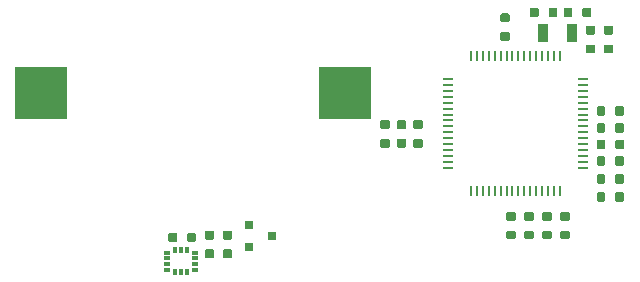
<source format=gbr>
G04 #@! TF.GenerationSoftware,KiCad,Pcbnew,5.0.2+dfsg1-1~bpo9+1*
G04 #@! TF.CreationDate,2019-04-10T18:13:28+03:00*
G04 #@! TF.ProjectId,kicad,6b696361-642e-46b6-9963-61645f706362,rev?*
G04 #@! TF.SameCoordinates,Original*
G04 #@! TF.FileFunction,Paste,Bot*
G04 #@! TF.FilePolarity,Positive*
%FSLAX46Y46*%
G04 Gerber Fmt 4.6, Leading zero omitted, Abs format (unit mm)*
G04 Created by KiCad (PCBNEW 5.0.2+dfsg1-1~bpo9+1) date Wed 10 Apr 2019 06:13:28 PM MSK*
%MOMM*%
%LPD*%
G01*
G04 APERTURE LIST*
%ADD10R,4.399280X4.399280*%
%ADD11C,0.100000*%
%ADD12C,0.757750*%
%ADD13R,0.779400X0.692800*%
%ADD14R,0.502280X0.303100*%
%ADD15R,0.303100X0.502280*%
%ADD16R,0.866000X1.558800*%
%ADD17R,0.866000X0.216500*%
%ADD18R,0.216500X0.866000*%
G04 APERTURE END LIST*
D10*
G04 #@! TO.C,BT1*
X133962000Y-93218000D03*
X159662000Y-93218000D03*
G04 #@! TD*
D11*
G04 #@! TO.C,C1_1*
G36*
X173976481Y-103254037D02*
X173994870Y-103256765D01*
X174012904Y-103261282D01*
X174030407Y-103267545D01*
X174047213Y-103275493D01*
X174063159Y-103285051D01*
X174078091Y-103296125D01*
X174091865Y-103308610D01*
X174104350Y-103322384D01*
X174115424Y-103337316D01*
X174124982Y-103353262D01*
X174132930Y-103370068D01*
X174139193Y-103387571D01*
X174143710Y-103405605D01*
X174146438Y-103423994D01*
X174147350Y-103442562D01*
X174147350Y-103821438D01*
X174146438Y-103840006D01*
X174143710Y-103858395D01*
X174139193Y-103876429D01*
X174132930Y-103893932D01*
X174124982Y-103910738D01*
X174115424Y-103926684D01*
X174104350Y-103941616D01*
X174091865Y-103955390D01*
X174078091Y-103967875D01*
X174063159Y-103978949D01*
X174047213Y-103988507D01*
X174030407Y-103996455D01*
X174012904Y-104002718D01*
X173994870Y-104007235D01*
X173976481Y-104009963D01*
X173957913Y-104010875D01*
X173514087Y-104010875D01*
X173495519Y-104009963D01*
X173477130Y-104007235D01*
X173459096Y-104002718D01*
X173441593Y-103996455D01*
X173424787Y-103988507D01*
X173408841Y-103978949D01*
X173393909Y-103967875D01*
X173380135Y-103955390D01*
X173367650Y-103941616D01*
X173356576Y-103926684D01*
X173347018Y-103910738D01*
X173339070Y-103893932D01*
X173332807Y-103876429D01*
X173328290Y-103858395D01*
X173325562Y-103840006D01*
X173324650Y-103821438D01*
X173324650Y-103442562D01*
X173325562Y-103423994D01*
X173328290Y-103405605D01*
X173332807Y-103387571D01*
X173339070Y-103370068D01*
X173347018Y-103353262D01*
X173356576Y-103337316D01*
X173367650Y-103322384D01*
X173380135Y-103308610D01*
X173393909Y-103296125D01*
X173408841Y-103285051D01*
X173424787Y-103275493D01*
X173441593Y-103267545D01*
X173459096Y-103261282D01*
X173477130Y-103256765D01*
X173495519Y-103254037D01*
X173514087Y-103253125D01*
X173957913Y-103253125D01*
X173976481Y-103254037D01*
X173976481Y-103254037D01*
G37*
D12*
X173736000Y-103632000D03*
D11*
G36*
X173976481Y-104829037D02*
X173994870Y-104831765D01*
X174012904Y-104836282D01*
X174030407Y-104842545D01*
X174047213Y-104850493D01*
X174063159Y-104860051D01*
X174078091Y-104871125D01*
X174091865Y-104883610D01*
X174104350Y-104897384D01*
X174115424Y-104912316D01*
X174124982Y-104928262D01*
X174132930Y-104945068D01*
X174139193Y-104962571D01*
X174143710Y-104980605D01*
X174146438Y-104998994D01*
X174147350Y-105017562D01*
X174147350Y-105396438D01*
X174146438Y-105415006D01*
X174143710Y-105433395D01*
X174139193Y-105451429D01*
X174132930Y-105468932D01*
X174124982Y-105485738D01*
X174115424Y-105501684D01*
X174104350Y-105516616D01*
X174091865Y-105530390D01*
X174078091Y-105542875D01*
X174063159Y-105553949D01*
X174047213Y-105563507D01*
X174030407Y-105571455D01*
X174012904Y-105577718D01*
X173994870Y-105582235D01*
X173976481Y-105584963D01*
X173957913Y-105585875D01*
X173514087Y-105585875D01*
X173495519Y-105584963D01*
X173477130Y-105582235D01*
X173459096Y-105577718D01*
X173441593Y-105571455D01*
X173424787Y-105563507D01*
X173408841Y-105553949D01*
X173393909Y-105542875D01*
X173380135Y-105530390D01*
X173367650Y-105516616D01*
X173356576Y-105501684D01*
X173347018Y-105485738D01*
X173339070Y-105468932D01*
X173332807Y-105451429D01*
X173328290Y-105433395D01*
X173325562Y-105415006D01*
X173324650Y-105396438D01*
X173324650Y-105017562D01*
X173325562Y-104998994D01*
X173328290Y-104980605D01*
X173332807Y-104962571D01*
X173339070Y-104945068D01*
X173347018Y-104928262D01*
X173356576Y-104912316D01*
X173367650Y-104897384D01*
X173380135Y-104883610D01*
X173393909Y-104871125D01*
X173408841Y-104860051D01*
X173424787Y-104850493D01*
X173441593Y-104842545D01*
X173459096Y-104836282D01*
X173477130Y-104831765D01*
X173495519Y-104829037D01*
X173514087Y-104828125D01*
X173957913Y-104828125D01*
X173976481Y-104829037D01*
X173976481Y-104829037D01*
G37*
D12*
X173736000Y-105207000D03*
G04 #@! TD*
D11*
G04 #@! TO.C,R3*
G36*
X180707481Y-89081037D02*
X180725870Y-89083765D01*
X180743904Y-89088282D01*
X180761407Y-89094545D01*
X180778213Y-89102493D01*
X180794159Y-89112051D01*
X180809091Y-89123125D01*
X180822865Y-89135610D01*
X180835350Y-89149384D01*
X180846424Y-89164316D01*
X180855982Y-89180262D01*
X180863930Y-89197068D01*
X180870193Y-89214571D01*
X180874710Y-89232605D01*
X180877438Y-89250994D01*
X180878350Y-89269562D01*
X180878350Y-89648438D01*
X180877438Y-89667006D01*
X180874710Y-89685395D01*
X180870193Y-89703429D01*
X180863930Y-89720932D01*
X180855982Y-89737738D01*
X180846424Y-89753684D01*
X180835350Y-89768616D01*
X180822865Y-89782390D01*
X180809091Y-89794875D01*
X180794159Y-89805949D01*
X180778213Y-89815507D01*
X180761407Y-89823455D01*
X180743904Y-89829718D01*
X180725870Y-89834235D01*
X180707481Y-89836963D01*
X180688913Y-89837875D01*
X180245087Y-89837875D01*
X180226519Y-89836963D01*
X180208130Y-89834235D01*
X180190096Y-89829718D01*
X180172593Y-89823455D01*
X180155787Y-89815507D01*
X180139841Y-89805949D01*
X180124909Y-89794875D01*
X180111135Y-89782390D01*
X180098650Y-89768616D01*
X180087576Y-89753684D01*
X180078018Y-89737738D01*
X180070070Y-89720932D01*
X180063807Y-89703429D01*
X180059290Y-89685395D01*
X180056562Y-89667006D01*
X180055650Y-89648438D01*
X180055650Y-89269562D01*
X180056562Y-89250994D01*
X180059290Y-89232605D01*
X180063807Y-89214571D01*
X180070070Y-89197068D01*
X180078018Y-89180262D01*
X180087576Y-89164316D01*
X180098650Y-89149384D01*
X180111135Y-89135610D01*
X180124909Y-89123125D01*
X180139841Y-89112051D01*
X180155787Y-89102493D01*
X180172593Y-89094545D01*
X180190096Y-89088282D01*
X180208130Y-89083765D01*
X180226519Y-89081037D01*
X180245087Y-89080125D01*
X180688913Y-89080125D01*
X180707481Y-89081037D01*
X180707481Y-89081037D01*
G37*
D12*
X180467000Y-89459000D03*
D11*
G36*
X180707481Y-87506037D02*
X180725870Y-87508765D01*
X180743904Y-87513282D01*
X180761407Y-87519545D01*
X180778213Y-87527493D01*
X180794159Y-87537051D01*
X180809091Y-87548125D01*
X180822865Y-87560610D01*
X180835350Y-87574384D01*
X180846424Y-87589316D01*
X180855982Y-87605262D01*
X180863930Y-87622068D01*
X180870193Y-87639571D01*
X180874710Y-87657605D01*
X180877438Y-87675994D01*
X180878350Y-87694562D01*
X180878350Y-88073438D01*
X180877438Y-88092006D01*
X180874710Y-88110395D01*
X180870193Y-88128429D01*
X180863930Y-88145932D01*
X180855982Y-88162738D01*
X180846424Y-88178684D01*
X180835350Y-88193616D01*
X180822865Y-88207390D01*
X180809091Y-88219875D01*
X180794159Y-88230949D01*
X180778213Y-88240507D01*
X180761407Y-88248455D01*
X180743904Y-88254718D01*
X180725870Y-88259235D01*
X180707481Y-88261963D01*
X180688913Y-88262875D01*
X180245087Y-88262875D01*
X180226519Y-88261963D01*
X180208130Y-88259235D01*
X180190096Y-88254718D01*
X180172593Y-88248455D01*
X180155787Y-88240507D01*
X180139841Y-88230949D01*
X180124909Y-88219875D01*
X180111135Y-88207390D01*
X180098650Y-88193616D01*
X180087576Y-88178684D01*
X180078018Y-88162738D01*
X180070070Y-88145932D01*
X180063807Y-88128429D01*
X180059290Y-88110395D01*
X180056562Y-88092006D01*
X180055650Y-88073438D01*
X180055650Y-87694562D01*
X180056562Y-87675994D01*
X180059290Y-87657605D01*
X180063807Y-87639571D01*
X180070070Y-87622068D01*
X180078018Y-87605262D01*
X180087576Y-87589316D01*
X180098650Y-87574384D01*
X180111135Y-87560610D01*
X180124909Y-87548125D01*
X180139841Y-87537051D01*
X180155787Y-87527493D01*
X180172593Y-87519545D01*
X180190096Y-87513282D01*
X180208130Y-87508765D01*
X180226519Y-87506037D01*
X180245087Y-87505125D01*
X180688913Y-87505125D01*
X180707481Y-87506037D01*
X180707481Y-87506037D01*
G37*
D12*
X180467000Y-87884000D03*
G04 #@! TD*
D11*
G04 #@! TO.C,FB1*
G36*
X181564006Y-101570562D02*
X181582395Y-101573290D01*
X181600429Y-101577807D01*
X181617932Y-101584070D01*
X181634738Y-101592018D01*
X181650684Y-101601576D01*
X181665616Y-101612650D01*
X181679390Y-101625135D01*
X181691875Y-101638909D01*
X181702949Y-101653841D01*
X181712507Y-101669787D01*
X181720455Y-101686593D01*
X181726718Y-101704096D01*
X181731235Y-101722130D01*
X181733963Y-101740519D01*
X181734875Y-101759087D01*
X181734875Y-102202913D01*
X181733963Y-102221481D01*
X181731235Y-102239870D01*
X181726718Y-102257904D01*
X181720455Y-102275407D01*
X181712507Y-102292213D01*
X181702949Y-102308159D01*
X181691875Y-102323091D01*
X181679390Y-102336865D01*
X181665616Y-102349350D01*
X181650684Y-102360424D01*
X181634738Y-102369982D01*
X181617932Y-102377930D01*
X181600429Y-102384193D01*
X181582395Y-102388710D01*
X181564006Y-102391438D01*
X181545438Y-102392350D01*
X181166562Y-102392350D01*
X181147994Y-102391438D01*
X181129605Y-102388710D01*
X181111571Y-102384193D01*
X181094068Y-102377930D01*
X181077262Y-102369982D01*
X181061316Y-102360424D01*
X181046384Y-102349350D01*
X181032610Y-102336865D01*
X181020125Y-102323091D01*
X181009051Y-102308159D01*
X180999493Y-102292213D01*
X180991545Y-102275407D01*
X180985282Y-102257904D01*
X180980765Y-102239870D01*
X180978037Y-102221481D01*
X180977125Y-102202913D01*
X180977125Y-101759087D01*
X180978037Y-101740519D01*
X180980765Y-101722130D01*
X180985282Y-101704096D01*
X180991545Y-101686593D01*
X180999493Y-101669787D01*
X181009051Y-101653841D01*
X181020125Y-101638909D01*
X181032610Y-101625135D01*
X181046384Y-101612650D01*
X181061316Y-101601576D01*
X181077262Y-101592018D01*
X181094068Y-101584070D01*
X181111571Y-101577807D01*
X181129605Y-101573290D01*
X181147994Y-101570562D01*
X181166562Y-101569650D01*
X181545438Y-101569650D01*
X181564006Y-101570562D01*
X181564006Y-101570562D01*
G37*
D12*
X181356000Y-101981000D03*
D11*
G36*
X183139006Y-101570562D02*
X183157395Y-101573290D01*
X183175429Y-101577807D01*
X183192932Y-101584070D01*
X183209738Y-101592018D01*
X183225684Y-101601576D01*
X183240616Y-101612650D01*
X183254390Y-101625135D01*
X183266875Y-101638909D01*
X183277949Y-101653841D01*
X183287507Y-101669787D01*
X183295455Y-101686593D01*
X183301718Y-101704096D01*
X183306235Y-101722130D01*
X183308963Y-101740519D01*
X183309875Y-101759087D01*
X183309875Y-102202913D01*
X183308963Y-102221481D01*
X183306235Y-102239870D01*
X183301718Y-102257904D01*
X183295455Y-102275407D01*
X183287507Y-102292213D01*
X183277949Y-102308159D01*
X183266875Y-102323091D01*
X183254390Y-102336865D01*
X183240616Y-102349350D01*
X183225684Y-102360424D01*
X183209738Y-102369982D01*
X183192932Y-102377930D01*
X183175429Y-102384193D01*
X183157395Y-102388710D01*
X183139006Y-102391438D01*
X183120438Y-102392350D01*
X182741562Y-102392350D01*
X182722994Y-102391438D01*
X182704605Y-102388710D01*
X182686571Y-102384193D01*
X182669068Y-102377930D01*
X182652262Y-102369982D01*
X182636316Y-102360424D01*
X182621384Y-102349350D01*
X182607610Y-102336865D01*
X182595125Y-102323091D01*
X182584051Y-102308159D01*
X182574493Y-102292213D01*
X182566545Y-102275407D01*
X182560282Y-102257904D01*
X182555765Y-102239870D01*
X182553037Y-102221481D01*
X182552125Y-102202913D01*
X182552125Y-101759087D01*
X182553037Y-101740519D01*
X182555765Y-101722130D01*
X182560282Y-101704096D01*
X182566545Y-101686593D01*
X182574493Y-101669787D01*
X182584051Y-101653841D01*
X182595125Y-101638909D01*
X182607610Y-101625135D01*
X182621384Y-101612650D01*
X182636316Y-101601576D01*
X182652262Y-101592018D01*
X182669068Y-101584070D01*
X182686571Y-101577807D01*
X182704605Y-101573290D01*
X182722994Y-101570562D01*
X182741562Y-101569650D01*
X183120438Y-101569650D01*
X183139006Y-101570562D01*
X183139006Y-101570562D01*
G37*
D12*
X182931000Y-101981000D03*
G04 #@! TD*
D13*
G04 #@! TO.C,Q1*
X151527000Y-106233000D03*
X151527000Y-104333000D03*
X153527000Y-105283000D03*
G04 #@! TD*
D11*
G04 #@! TO.C,C16*
G36*
X178770006Y-85949562D02*
X178788395Y-85952290D01*
X178806429Y-85956807D01*
X178823932Y-85963070D01*
X178840738Y-85971018D01*
X178856684Y-85980576D01*
X178871616Y-85991650D01*
X178885390Y-86004135D01*
X178897875Y-86017909D01*
X178908949Y-86032841D01*
X178918507Y-86048787D01*
X178926455Y-86065593D01*
X178932718Y-86083096D01*
X178937235Y-86101130D01*
X178939963Y-86119519D01*
X178940875Y-86138087D01*
X178940875Y-86581913D01*
X178939963Y-86600481D01*
X178937235Y-86618870D01*
X178932718Y-86636904D01*
X178926455Y-86654407D01*
X178918507Y-86671213D01*
X178908949Y-86687159D01*
X178897875Y-86702091D01*
X178885390Y-86715865D01*
X178871616Y-86728350D01*
X178856684Y-86739424D01*
X178840738Y-86748982D01*
X178823932Y-86756930D01*
X178806429Y-86763193D01*
X178788395Y-86767710D01*
X178770006Y-86770438D01*
X178751438Y-86771350D01*
X178372562Y-86771350D01*
X178353994Y-86770438D01*
X178335605Y-86767710D01*
X178317571Y-86763193D01*
X178300068Y-86756930D01*
X178283262Y-86748982D01*
X178267316Y-86739424D01*
X178252384Y-86728350D01*
X178238610Y-86715865D01*
X178226125Y-86702091D01*
X178215051Y-86687159D01*
X178205493Y-86671213D01*
X178197545Y-86654407D01*
X178191282Y-86636904D01*
X178186765Y-86618870D01*
X178184037Y-86600481D01*
X178183125Y-86581913D01*
X178183125Y-86138087D01*
X178184037Y-86119519D01*
X178186765Y-86101130D01*
X178191282Y-86083096D01*
X178197545Y-86065593D01*
X178205493Y-86048787D01*
X178215051Y-86032841D01*
X178226125Y-86017909D01*
X178238610Y-86004135D01*
X178252384Y-85991650D01*
X178267316Y-85980576D01*
X178283262Y-85971018D01*
X178300068Y-85963070D01*
X178317571Y-85956807D01*
X178335605Y-85952290D01*
X178353994Y-85949562D01*
X178372562Y-85948650D01*
X178751438Y-85948650D01*
X178770006Y-85949562D01*
X178770006Y-85949562D01*
G37*
D12*
X178562000Y-86360000D03*
D11*
G36*
X180345006Y-85949562D02*
X180363395Y-85952290D01*
X180381429Y-85956807D01*
X180398932Y-85963070D01*
X180415738Y-85971018D01*
X180431684Y-85980576D01*
X180446616Y-85991650D01*
X180460390Y-86004135D01*
X180472875Y-86017909D01*
X180483949Y-86032841D01*
X180493507Y-86048787D01*
X180501455Y-86065593D01*
X180507718Y-86083096D01*
X180512235Y-86101130D01*
X180514963Y-86119519D01*
X180515875Y-86138087D01*
X180515875Y-86581913D01*
X180514963Y-86600481D01*
X180512235Y-86618870D01*
X180507718Y-86636904D01*
X180501455Y-86654407D01*
X180493507Y-86671213D01*
X180483949Y-86687159D01*
X180472875Y-86702091D01*
X180460390Y-86715865D01*
X180446616Y-86728350D01*
X180431684Y-86739424D01*
X180415738Y-86748982D01*
X180398932Y-86756930D01*
X180381429Y-86763193D01*
X180363395Y-86767710D01*
X180345006Y-86770438D01*
X180326438Y-86771350D01*
X179947562Y-86771350D01*
X179928994Y-86770438D01*
X179910605Y-86767710D01*
X179892571Y-86763193D01*
X179875068Y-86756930D01*
X179858262Y-86748982D01*
X179842316Y-86739424D01*
X179827384Y-86728350D01*
X179813610Y-86715865D01*
X179801125Y-86702091D01*
X179790051Y-86687159D01*
X179780493Y-86671213D01*
X179772545Y-86654407D01*
X179766282Y-86636904D01*
X179761765Y-86618870D01*
X179759037Y-86600481D01*
X179758125Y-86581913D01*
X179758125Y-86138087D01*
X179759037Y-86119519D01*
X179761765Y-86101130D01*
X179766282Y-86083096D01*
X179772545Y-86065593D01*
X179780493Y-86048787D01*
X179790051Y-86032841D01*
X179801125Y-86017909D01*
X179813610Y-86004135D01*
X179827384Y-85991650D01*
X179842316Y-85980576D01*
X179858262Y-85971018D01*
X179875068Y-85963070D01*
X179892571Y-85956807D01*
X179910605Y-85952290D01*
X179928994Y-85949562D01*
X179947562Y-85948650D01*
X180326438Y-85948650D01*
X180345006Y-85949562D01*
X180345006Y-85949562D01*
G37*
D12*
X180137000Y-86360000D03*
G04 #@! TD*
D11*
G04 #@! TO.C,C15*
G36*
X177500006Y-85949562D02*
X177518395Y-85952290D01*
X177536429Y-85956807D01*
X177553932Y-85963070D01*
X177570738Y-85971018D01*
X177586684Y-85980576D01*
X177601616Y-85991650D01*
X177615390Y-86004135D01*
X177627875Y-86017909D01*
X177638949Y-86032841D01*
X177648507Y-86048787D01*
X177656455Y-86065593D01*
X177662718Y-86083096D01*
X177667235Y-86101130D01*
X177669963Y-86119519D01*
X177670875Y-86138087D01*
X177670875Y-86581913D01*
X177669963Y-86600481D01*
X177667235Y-86618870D01*
X177662718Y-86636904D01*
X177656455Y-86654407D01*
X177648507Y-86671213D01*
X177638949Y-86687159D01*
X177627875Y-86702091D01*
X177615390Y-86715865D01*
X177601616Y-86728350D01*
X177586684Y-86739424D01*
X177570738Y-86748982D01*
X177553932Y-86756930D01*
X177536429Y-86763193D01*
X177518395Y-86767710D01*
X177500006Y-86770438D01*
X177481438Y-86771350D01*
X177102562Y-86771350D01*
X177083994Y-86770438D01*
X177065605Y-86767710D01*
X177047571Y-86763193D01*
X177030068Y-86756930D01*
X177013262Y-86748982D01*
X176997316Y-86739424D01*
X176982384Y-86728350D01*
X176968610Y-86715865D01*
X176956125Y-86702091D01*
X176945051Y-86687159D01*
X176935493Y-86671213D01*
X176927545Y-86654407D01*
X176921282Y-86636904D01*
X176916765Y-86618870D01*
X176914037Y-86600481D01*
X176913125Y-86581913D01*
X176913125Y-86138087D01*
X176914037Y-86119519D01*
X176916765Y-86101130D01*
X176921282Y-86083096D01*
X176927545Y-86065593D01*
X176935493Y-86048787D01*
X176945051Y-86032841D01*
X176956125Y-86017909D01*
X176968610Y-86004135D01*
X176982384Y-85991650D01*
X176997316Y-85980576D01*
X177013262Y-85971018D01*
X177030068Y-85963070D01*
X177047571Y-85956807D01*
X177065605Y-85952290D01*
X177083994Y-85949562D01*
X177102562Y-85948650D01*
X177481438Y-85948650D01*
X177500006Y-85949562D01*
X177500006Y-85949562D01*
G37*
D12*
X177292000Y-86360000D03*
D11*
G36*
X175925006Y-85949562D02*
X175943395Y-85952290D01*
X175961429Y-85956807D01*
X175978932Y-85963070D01*
X175995738Y-85971018D01*
X176011684Y-85980576D01*
X176026616Y-85991650D01*
X176040390Y-86004135D01*
X176052875Y-86017909D01*
X176063949Y-86032841D01*
X176073507Y-86048787D01*
X176081455Y-86065593D01*
X176087718Y-86083096D01*
X176092235Y-86101130D01*
X176094963Y-86119519D01*
X176095875Y-86138087D01*
X176095875Y-86581913D01*
X176094963Y-86600481D01*
X176092235Y-86618870D01*
X176087718Y-86636904D01*
X176081455Y-86654407D01*
X176073507Y-86671213D01*
X176063949Y-86687159D01*
X176052875Y-86702091D01*
X176040390Y-86715865D01*
X176026616Y-86728350D01*
X176011684Y-86739424D01*
X175995738Y-86748982D01*
X175978932Y-86756930D01*
X175961429Y-86763193D01*
X175943395Y-86767710D01*
X175925006Y-86770438D01*
X175906438Y-86771350D01*
X175527562Y-86771350D01*
X175508994Y-86770438D01*
X175490605Y-86767710D01*
X175472571Y-86763193D01*
X175455068Y-86756930D01*
X175438262Y-86748982D01*
X175422316Y-86739424D01*
X175407384Y-86728350D01*
X175393610Y-86715865D01*
X175381125Y-86702091D01*
X175370051Y-86687159D01*
X175360493Y-86671213D01*
X175352545Y-86654407D01*
X175346282Y-86636904D01*
X175341765Y-86618870D01*
X175339037Y-86600481D01*
X175338125Y-86581913D01*
X175338125Y-86138087D01*
X175339037Y-86119519D01*
X175341765Y-86101130D01*
X175346282Y-86083096D01*
X175352545Y-86065593D01*
X175360493Y-86048787D01*
X175370051Y-86032841D01*
X175381125Y-86017909D01*
X175393610Y-86004135D01*
X175407384Y-85991650D01*
X175422316Y-85980576D01*
X175438262Y-85971018D01*
X175455068Y-85963070D01*
X175472571Y-85956807D01*
X175490605Y-85952290D01*
X175508994Y-85949562D01*
X175527562Y-85948650D01*
X175906438Y-85948650D01*
X175925006Y-85949562D01*
X175925006Y-85949562D01*
G37*
D12*
X175717000Y-86360000D03*
G04 #@! TD*
D11*
G04 #@! TO.C,C14*
G36*
X149973481Y-106429037D02*
X149991870Y-106431765D01*
X150009904Y-106436282D01*
X150027407Y-106442545D01*
X150044213Y-106450493D01*
X150060159Y-106460051D01*
X150075091Y-106471125D01*
X150088865Y-106483610D01*
X150101350Y-106497384D01*
X150112424Y-106512316D01*
X150121982Y-106528262D01*
X150129930Y-106545068D01*
X150136193Y-106562571D01*
X150140710Y-106580605D01*
X150143438Y-106598994D01*
X150144350Y-106617562D01*
X150144350Y-106996438D01*
X150143438Y-107015006D01*
X150140710Y-107033395D01*
X150136193Y-107051429D01*
X150129930Y-107068932D01*
X150121982Y-107085738D01*
X150112424Y-107101684D01*
X150101350Y-107116616D01*
X150088865Y-107130390D01*
X150075091Y-107142875D01*
X150060159Y-107153949D01*
X150044213Y-107163507D01*
X150027407Y-107171455D01*
X150009904Y-107177718D01*
X149991870Y-107182235D01*
X149973481Y-107184963D01*
X149954913Y-107185875D01*
X149511087Y-107185875D01*
X149492519Y-107184963D01*
X149474130Y-107182235D01*
X149456096Y-107177718D01*
X149438593Y-107171455D01*
X149421787Y-107163507D01*
X149405841Y-107153949D01*
X149390909Y-107142875D01*
X149377135Y-107130390D01*
X149364650Y-107116616D01*
X149353576Y-107101684D01*
X149344018Y-107085738D01*
X149336070Y-107068932D01*
X149329807Y-107051429D01*
X149325290Y-107033395D01*
X149322562Y-107015006D01*
X149321650Y-106996438D01*
X149321650Y-106617562D01*
X149322562Y-106598994D01*
X149325290Y-106580605D01*
X149329807Y-106562571D01*
X149336070Y-106545068D01*
X149344018Y-106528262D01*
X149353576Y-106512316D01*
X149364650Y-106497384D01*
X149377135Y-106483610D01*
X149390909Y-106471125D01*
X149405841Y-106460051D01*
X149421787Y-106450493D01*
X149438593Y-106442545D01*
X149456096Y-106436282D01*
X149474130Y-106431765D01*
X149492519Y-106429037D01*
X149511087Y-106428125D01*
X149954913Y-106428125D01*
X149973481Y-106429037D01*
X149973481Y-106429037D01*
G37*
D12*
X149733000Y-106807000D03*
D11*
G36*
X149973481Y-104854037D02*
X149991870Y-104856765D01*
X150009904Y-104861282D01*
X150027407Y-104867545D01*
X150044213Y-104875493D01*
X150060159Y-104885051D01*
X150075091Y-104896125D01*
X150088865Y-104908610D01*
X150101350Y-104922384D01*
X150112424Y-104937316D01*
X150121982Y-104953262D01*
X150129930Y-104970068D01*
X150136193Y-104987571D01*
X150140710Y-105005605D01*
X150143438Y-105023994D01*
X150144350Y-105042562D01*
X150144350Y-105421438D01*
X150143438Y-105440006D01*
X150140710Y-105458395D01*
X150136193Y-105476429D01*
X150129930Y-105493932D01*
X150121982Y-105510738D01*
X150112424Y-105526684D01*
X150101350Y-105541616D01*
X150088865Y-105555390D01*
X150075091Y-105567875D01*
X150060159Y-105578949D01*
X150044213Y-105588507D01*
X150027407Y-105596455D01*
X150009904Y-105602718D01*
X149991870Y-105607235D01*
X149973481Y-105609963D01*
X149954913Y-105610875D01*
X149511087Y-105610875D01*
X149492519Y-105609963D01*
X149474130Y-105607235D01*
X149456096Y-105602718D01*
X149438593Y-105596455D01*
X149421787Y-105588507D01*
X149405841Y-105578949D01*
X149390909Y-105567875D01*
X149377135Y-105555390D01*
X149364650Y-105541616D01*
X149353576Y-105526684D01*
X149344018Y-105510738D01*
X149336070Y-105493932D01*
X149329807Y-105476429D01*
X149325290Y-105458395D01*
X149322562Y-105440006D01*
X149321650Y-105421438D01*
X149321650Y-105042562D01*
X149322562Y-105023994D01*
X149325290Y-105005605D01*
X149329807Y-104987571D01*
X149336070Y-104970068D01*
X149344018Y-104953262D01*
X149353576Y-104937316D01*
X149364650Y-104922384D01*
X149377135Y-104908610D01*
X149390909Y-104896125D01*
X149405841Y-104885051D01*
X149421787Y-104875493D01*
X149438593Y-104867545D01*
X149456096Y-104861282D01*
X149474130Y-104856765D01*
X149492519Y-104854037D01*
X149511087Y-104853125D01*
X149954913Y-104853125D01*
X149973481Y-104854037D01*
X149973481Y-104854037D01*
G37*
D12*
X149733000Y-105232000D03*
G04 #@! TD*
D11*
G04 #@! TO.C,C2*
G36*
X173468481Y-86439037D02*
X173486870Y-86441765D01*
X173504904Y-86446282D01*
X173522407Y-86452545D01*
X173539213Y-86460493D01*
X173555159Y-86470051D01*
X173570091Y-86481125D01*
X173583865Y-86493610D01*
X173596350Y-86507384D01*
X173607424Y-86522316D01*
X173616982Y-86538262D01*
X173624930Y-86555068D01*
X173631193Y-86572571D01*
X173635710Y-86590605D01*
X173638438Y-86608994D01*
X173639350Y-86627562D01*
X173639350Y-87006438D01*
X173638438Y-87025006D01*
X173635710Y-87043395D01*
X173631193Y-87061429D01*
X173624930Y-87078932D01*
X173616982Y-87095738D01*
X173607424Y-87111684D01*
X173596350Y-87126616D01*
X173583865Y-87140390D01*
X173570091Y-87152875D01*
X173555159Y-87163949D01*
X173539213Y-87173507D01*
X173522407Y-87181455D01*
X173504904Y-87187718D01*
X173486870Y-87192235D01*
X173468481Y-87194963D01*
X173449913Y-87195875D01*
X173006087Y-87195875D01*
X172987519Y-87194963D01*
X172969130Y-87192235D01*
X172951096Y-87187718D01*
X172933593Y-87181455D01*
X172916787Y-87173507D01*
X172900841Y-87163949D01*
X172885909Y-87152875D01*
X172872135Y-87140390D01*
X172859650Y-87126616D01*
X172848576Y-87111684D01*
X172839018Y-87095738D01*
X172831070Y-87078932D01*
X172824807Y-87061429D01*
X172820290Y-87043395D01*
X172817562Y-87025006D01*
X172816650Y-87006438D01*
X172816650Y-86627562D01*
X172817562Y-86608994D01*
X172820290Y-86590605D01*
X172824807Y-86572571D01*
X172831070Y-86555068D01*
X172839018Y-86538262D01*
X172848576Y-86522316D01*
X172859650Y-86507384D01*
X172872135Y-86493610D01*
X172885909Y-86481125D01*
X172900841Y-86470051D01*
X172916787Y-86460493D01*
X172933593Y-86452545D01*
X172951096Y-86446282D01*
X172969130Y-86441765D01*
X172987519Y-86439037D01*
X173006087Y-86438125D01*
X173449913Y-86438125D01*
X173468481Y-86439037D01*
X173468481Y-86439037D01*
G37*
D12*
X173228000Y-86817000D03*
D11*
G36*
X173468481Y-88014037D02*
X173486870Y-88016765D01*
X173504904Y-88021282D01*
X173522407Y-88027545D01*
X173539213Y-88035493D01*
X173555159Y-88045051D01*
X173570091Y-88056125D01*
X173583865Y-88068610D01*
X173596350Y-88082384D01*
X173607424Y-88097316D01*
X173616982Y-88113262D01*
X173624930Y-88130068D01*
X173631193Y-88147571D01*
X173635710Y-88165605D01*
X173638438Y-88183994D01*
X173639350Y-88202562D01*
X173639350Y-88581438D01*
X173638438Y-88600006D01*
X173635710Y-88618395D01*
X173631193Y-88636429D01*
X173624930Y-88653932D01*
X173616982Y-88670738D01*
X173607424Y-88686684D01*
X173596350Y-88701616D01*
X173583865Y-88715390D01*
X173570091Y-88727875D01*
X173555159Y-88738949D01*
X173539213Y-88748507D01*
X173522407Y-88756455D01*
X173504904Y-88762718D01*
X173486870Y-88767235D01*
X173468481Y-88769963D01*
X173449913Y-88770875D01*
X173006087Y-88770875D01*
X172987519Y-88769963D01*
X172969130Y-88767235D01*
X172951096Y-88762718D01*
X172933593Y-88756455D01*
X172916787Y-88748507D01*
X172900841Y-88738949D01*
X172885909Y-88727875D01*
X172872135Y-88715390D01*
X172859650Y-88701616D01*
X172848576Y-88686684D01*
X172839018Y-88670738D01*
X172831070Y-88653932D01*
X172824807Y-88636429D01*
X172820290Y-88618395D01*
X172817562Y-88600006D01*
X172816650Y-88581438D01*
X172816650Y-88202562D01*
X172817562Y-88183994D01*
X172820290Y-88165605D01*
X172824807Y-88147571D01*
X172831070Y-88130068D01*
X172839018Y-88113262D01*
X172848576Y-88097316D01*
X172859650Y-88082384D01*
X172872135Y-88068610D01*
X172885909Y-88056125D01*
X172900841Y-88045051D01*
X172916787Y-88035493D01*
X172933593Y-88027545D01*
X172951096Y-88021282D01*
X172969130Y-88016765D01*
X172987519Y-88014037D01*
X173006087Y-88013125D01*
X173449913Y-88013125D01*
X173468481Y-88014037D01*
X173468481Y-88014037D01*
G37*
D12*
X173228000Y-88392000D03*
G04 #@! TD*
D14*
G04 #@! TO.C,U2*
X144609400Y-106691600D03*
X144609400Y-107191600D03*
X144609400Y-107691600D03*
X144609400Y-108191600D03*
D15*
X146284400Y-106516600D03*
X145784400Y-106516600D03*
X145284400Y-106516600D03*
D14*
X146959400Y-106691600D03*
X146959400Y-107191600D03*
X146959400Y-107691600D03*
X146959400Y-108191600D03*
D15*
X146284400Y-108366600D03*
X145784400Y-108366600D03*
X145284400Y-108366600D03*
G04 #@! TD*
D11*
G04 #@! TO.C,R2*
G36*
X182231481Y-87506037D02*
X182249870Y-87508765D01*
X182267904Y-87513282D01*
X182285407Y-87519545D01*
X182302213Y-87527493D01*
X182318159Y-87537051D01*
X182333091Y-87548125D01*
X182346865Y-87560610D01*
X182359350Y-87574384D01*
X182370424Y-87589316D01*
X182379982Y-87605262D01*
X182387930Y-87622068D01*
X182394193Y-87639571D01*
X182398710Y-87657605D01*
X182401438Y-87675994D01*
X182402350Y-87694562D01*
X182402350Y-88073438D01*
X182401438Y-88092006D01*
X182398710Y-88110395D01*
X182394193Y-88128429D01*
X182387930Y-88145932D01*
X182379982Y-88162738D01*
X182370424Y-88178684D01*
X182359350Y-88193616D01*
X182346865Y-88207390D01*
X182333091Y-88219875D01*
X182318159Y-88230949D01*
X182302213Y-88240507D01*
X182285407Y-88248455D01*
X182267904Y-88254718D01*
X182249870Y-88259235D01*
X182231481Y-88261963D01*
X182212913Y-88262875D01*
X181769087Y-88262875D01*
X181750519Y-88261963D01*
X181732130Y-88259235D01*
X181714096Y-88254718D01*
X181696593Y-88248455D01*
X181679787Y-88240507D01*
X181663841Y-88230949D01*
X181648909Y-88219875D01*
X181635135Y-88207390D01*
X181622650Y-88193616D01*
X181611576Y-88178684D01*
X181602018Y-88162738D01*
X181594070Y-88145932D01*
X181587807Y-88128429D01*
X181583290Y-88110395D01*
X181580562Y-88092006D01*
X181579650Y-88073438D01*
X181579650Y-87694562D01*
X181580562Y-87675994D01*
X181583290Y-87657605D01*
X181587807Y-87639571D01*
X181594070Y-87622068D01*
X181602018Y-87605262D01*
X181611576Y-87589316D01*
X181622650Y-87574384D01*
X181635135Y-87560610D01*
X181648909Y-87548125D01*
X181663841Y-87537051D01*
X181679787Y-87527493D01*
X181696593Y-87519545D01*
X181714096Y-87513282D01*
X181732130Y-87508765D01*
X181750519Y-87506037D01*
X181769087Y-87505125D01*
X182212913Y-87505125D01*
X182231481Y-87506037D01*
X182231481Y-87506037D01*
G37*
D12*
X181991000Y-87884000D03*
D11*
G36*
X182231481Y-89081037D02*
X182249870Y-89083765D01*
X182267904Y-89088282D01*
X182285407Y-89094545D01*
X182302213Y-89102493D01*
X182318159Y-89112051D01*
X182333091Y-89123125D01*
X182346865Y-89135610D01*
X182359350Y-89149384D01*
X182370424Y-89164316D01*
X182379982Y-89180262D01*
X182387930Y-89197068D01*
X182394193Y-89214571D01*
X182398710Y-89232605D01*
X182401438Y-89250994D01*
X182402350Y-89269562D01*
X182402350Y-89648438D01*
X182401438Y-89667006D01*
X182398710Y-89685395D01*
X182394193Y-89703429D01*
X182387930Y-89720932D01*
X182379982Y-89737738D01*
X182370424Y-89753684D01*
X182359350Y-89768616D01*
X182346865Y-89782390D01*
X182333091Y-89794875D01*
X182318159Y-89805949D01*
X182302213Y-89815507D01*
X182285407Y-89823455D01*
X182267904Y-89829718D01*
X182249870Y-89834235D01*
X182231481Y-89836963D01*
X182212913Y-89837875D01*
X181769087Y-89837875D01*
X181750519Y-89836963D01*
X181732130Y-89834235D01*
X181714096Y-89829718D01*
X181696593Y-89823455D01*
X181679787Y-89815507D01*
X181663841Y-89805949D01*
X181648909Y-89794875D01*
X181635135Y-89782390D01*
X181622650Y-89768616D01*
X181611576Y-89753684D01*
X181602018Y-89737738D01*
X181594070Y-89720932D01*
X181587807Y-89703429D01*
X181583290Y-89685395D01*
X181580562Y-89667006D01*
X181579650Y-89648438D01*
X181579650Y-89269562D01*
X181580562Y-89250994D01*
X181583290Y-89232605D01*
X181587807Y-89214571D01*
X181594070Y-89197068D01*
X181602018Y-89180262D01*
X181611576Y-89164316D01*
X181622650Y-89149384D01*
X181635135Y-89135610D01*
X181648909Y-89123125D01*
X181663841Y-89112051D01*
X181679787Y-89102493D01*
X181696593Y-89094545D01*
X181714096Y-89088282D01*
X181732130Y-89083765D01*
X181750519Y-89081037D01*
X181769087Y-89080125D01*
X182212913Y-89080125D01*
X182231481Y-89081037D01*
X182231481Y-89081037D01*
G37*
D12*
X181991000Y-89459000D03*
G04 #@! TD*
D11*
G04 #@! TO.C,C13*
G36*
X148449481Y-104854037D02*
X148467870Y-104856765D01*
X148485904Y-104861282D01*
X148503407Y-104867545D01*
X148520213Y-104875493D01*
X148536159Y-104885051D01*
X148551091Y-104896125D01*
X148564865Y-104908610D01*
X148577350Y-104922384D01*
X148588424Y-104937316D01*
X148597982Y-104953262D01*
X148605930Y-104970068D01*
X148612193Y-104987571D01*
X148616710Y-105005605D01*
X148619438Y-105023994D01*
X148620350Y-105042562D01*
X148620350Y-105421438D01*
X148619438Y-105440006D01*
X148616710Y-105458395D01*
X148612193Y-105476429D01*
X148605930Y-105493932D01*
X148597982Y-105510738D01*
X148588424Y-105526684D01*
X148577350Y-105541616D01*
X148564865Y-105555390D01*
X148551091Y-105567875D01*
X148536159Y-105578949D01*
X148520213Y-105588507D01*
X148503407Y-105596455D01*
X148485904Y-105602718D01*
X148467870Y-105607235D01*
X148449481Y-105609963D01*
X148430913Y-105610875D01*
X147987087Y-105610875D01*
X147968519Y-105609963D01*
X147950130Y-105607235D01*
X147932096Y-105602718D01*
X147914593Y-105596455D01*
X147897787Y-105588507D01*
X147881841Y-105578949D01*
X147866909Y-105567875D01*
X147853135Y-105555390D01*
X147840650Y-105541616D01*
X147829576Y-105526684D01*
X147820018Y-105510738D01*
X147812070Y-105493932D01*
X147805807Y-105476429D01*
X147801290Y-105458395D01*
X147798562Y-105440006D01*
X147797650Y-105421438D01*
X147797650Y-105042562D01*
X147798562Y-105023994D01*
X147801290Y-105005605D01*
X147805807Y-104987571D01*
X147812070Y-104970068D01*
X147820018Y-104953262D01*
X147829576Y-104937316D01*
X147840650Y-104922384D01*
X147853135Y-104908610D01*
X147866909Y-104896125D01*
X147881841Y-104885051D01*
X147897787Y-104875493D01*
X147914593Y-104867545D01*
X147932096Y-104861282D01*
X147950130Y-104856765D01*
X147968519Y-104854037D01*
X147987087Y-104853125D01*
X148430913Y-104853125D01*
X148449481Y-104854037D01*
X148449481Y-104854037D01*
G37*
D12*
X148209000Y-105232000D03*
D11*
G36*
X148449481Y-106429037D02*
X148467870Y-106431765D01*
X148485904Y-106436282D01*
X148503407Y-106442545D01*
X148520213Y-106450493D01*
X148536159Y-106460051D01*
X148551091Y-106471125D01*
X148564865Y-106483610D01*
X148577350Y-106497384D01*
X148588424Y-106512316D01*
X148597982Y-106528262D01*
X148605930Y-106545068D01*
X148612193Y-106562571D01*
X148616710Y-106580605D01*
X148619438Y-106598994D01*
X148620350Y-106617562D01*
X148620350Y-106996438D01*
X148619438Y-107015006D01*
X148616710Y-107033395D01*
X148612193Y-107051429D01*
X148605930Y-107068932D01*
X148597982Y-107085738D01*
X148588424Y-107101684D01*
X148577350Y-107116616D01*
X148564865Y-107130390D01*
X148551091Y-107142875D01*
X148536159Y-107153949D01*
X148520213Y-107163507D01*
X148503407Y-107171455D01*
X148485904Y-107177718D01*
X148467870Y-107182235D01*
X148449481Y-107184963D01*
X148430913Y-107185875D01*
X147987087Y-107185875D01*
X147968519Y-107184963D01*
X147950130Y-107182235D01*
X147932096Y-107177718D01*
X147914593Y-107171455D01*
X147897787Y-107163507D01*
X147881841Y-107153949D01*
X147866909Y-107142875D01*
X147853135Y-107130390D01*
X147840650Y-107116616D01*
X147829576Y-107101684D01*
X147820018Y-107085738D01*
X147812070Y-107068932D01*
X147805807Y-107051429D01*
X147801290Y-107033395D01*
X147798562Y-107015006D01*
X147797650Y-106996438D01*
X147797650Y-106617562D01*
X147798562Y-106598994D01*
X147801290Y-106580605D01*
X147805807Y-106562571D01*
X147812070Y-106545068D01*
X147820018Y-106528262D01*
X147829576Y-106512316D01*
X147840650Y-106497384D01*
X147853135Y-106483610D01*
X147866909Y-106471125D01*
X147881841Y-106460051D01*
X147897787Y-106450493D01*
X147914593Y-106442545D01*
X147932096Y-106436282D01*
X147950130Y-106431765D01*
X147968519Y-106429037D01*
X147987087Y-106428125D01*
X148430913Y-106428125D01*
X148449481Y-106429037D01*
X148449481Y-106429037D01*
G37*
D12*
X148209000Y-106807000D03*
G04 #@! TD*
D11*
G04 #@! TO.C,C12*
G36*
X146893006Y-104999562D02*
X146911395Y-105002290D01*
X146929429Y-105006807D01*
X146946932Y-105013070D01*
X146963738Y-105021018D01*
X146979684Y-105030576D01*
X146994616Y-105041650D01*
X147008390Y-105054135D01*
X147020875Y-105067909D01*
X147031949Y-105082841D01*
X147041507Y-105098787D01*
X147049455Y-105115593D01*
X147055718Y-105133096D01*
X147060235Y-105151130D01*
X147062963Y-105169519D01*
X147063875Y-105188087D01*
X147063875Y-105631913D01*
X147062963Y-105650481D01*
X147060235Y-105668870D01*
X147055718Y-105686904D01*
X147049455Y-105704407D01*
X147041507Y-105721213D01*
X147031949Y-105737159D01*
X147020875Y-105752091D01*
X147008390Y-105765865D01*
X146994616Y-105778350D01*
X146979684Y-105789424D01*
X146963738Y-105798982D01*
X146946932Y-105806930D01*
X146929429Y-105813193D01*
X146911395Y-105817710D01*
X146893006Y-105820438D01*
X146874438Y-105821350D01*
X146495562Y-105821350D01*
X146476994Y-105820438D01*
X146458605Y-105817710D01*
X146440571Y-105813193D01*
X146423068Y-105806930D01*
X146406262Y-105798982D01*
X146390316Y-105789424D01*
X146375384Y-105778350D01*
X146361610Y-105765865D01*
X146349125Y-105752091D01*
X146338051Y-105737159D01*
X146328493Y-105721213D01*
X146320545Y-105704407D01*
X146314282Y-105686904D01*
X146309765Y-105668870D01*
X146307037Y-105650481D01*
X146306125Y-105631913D01*
X146306125Y-105188087D01*
X146307037Y-105169519D01*
X146309765Y-105151130D01*
X146314282Y-105133096D01*
X146320545Y-105115593D01*
X146328493Y-105098787D01*
X146338051Y-105082841D01*
X146349125Y-105067909D01*
X146361610Y-105054135D01*
X146375384Y-105041650D01*
X146390316Y-105030576D01*
X146406262Y-105021018D01*
X146423068Y-105013070D01*
X146440571Y-105006807D01*
X146458605Y-105002290D01*
X146476994Y-104999562D01*
X146495562Y-104998650D01*
X146874438Y-104998650D01*
X146893006Y-104999562D01*
X146893006Y-104999562D01*
G37*
D12*
X146685000Y-105410000D03*
D11*
G36*
X145318006Y-104999562D02*
X145336395Y-105002290D01*
X145354429Y-105006807D01*
X145371932Y-105013070D01*
X145388738Y-105021018D01*
X145404684Y-105030576D01*
X145419616Y-105041650D01*
X145433390Y-105054135D01*
X145445875Y-105067909D01*
X145456949Y-105082841D01*
X145466507Y-105098787D01*
X145474455Y-105115593D01*
X145480718Y-105133096D01*
X145485235Y-105151130D01*
X145487963Y-105169519D01*
X145488875Y-105188087D01*
X145488875Y-105631913D01*
X145487963Y-105650481D01*
X145485235Y-105668870D01*
X145480718Y-105686904D01*
X145474455Y-105704407D01*
X145466507Y-105721213D01*
X145456949Y-105737159D01*
X145445875Y-105752091D01*
X145433390Y-105765865D01*
X145419616Y-105778350D01*
X145404684Y-105789424D01*
X145388738Y-105798982D01*
X145371932Y-105806930D01*
X145354429Y-105813193D01*
X145336395Y-105817710D01*
X145318006Y-105820438D01*
X145299438Y-105821350D01*
X144920562Y-105821350D01*
X144901994Y-105820438D01*
X144883605Y-105817710D01*
X144865571Y-105813193D01*
X144848068Y-105806930D01*
X144831262Y-105798982D01*
X144815316Y-105789424D01*
X144800384Y-105778350D01*
X144786610Y-105765865D01*
X144774125Y-105752091D01*
X144763051Y-105737159D01*
X144753493Y-105721213D01*
X144745545Y-105704407D01*
X144739282Y-105686904D01*
X144734765Y-105668870D01*
X144732037Y-105650481D01*
X144731125Y-105631913D01*
X144731125Y-105188087D01*
X144732037Y-105169519D01*
X144734765Y-105151130D01*
X144739282Y-105133096D01*
X144745545Y-105115593D01*
X144753493Y-105098787D01*
X144763051Y-105082841D01*
X144774125Y-105067909D01*
X144786610Y-105054135D01*
X144800384Y-105041650D01*
X144815316Y-105030576D01*
X144831262Y-105021018D01*
X144848068Y-105013070D01*
X144865571Y-105006807D01*
X144883605Y-105002290D01*
X144901994Y-104999562D01*
X144920562Y-104998650D01*
X145299438Y-104998650D01*
X145318006Y-104999562D01*
X145318006Y-104999562D01*
G37*
D12*
X145110000Y-105410000D03*
G04 #@! TD*
D11*
G04 #@! TO.C,C10*
G36*
X178548481Y-104829037D02*
X178566870Y-104831765D01*
X178584904Y-104836282D01*
X178602407Y-104842545D01*
X178619213Y-104850493D01*
X178635159Y-104860051D01*
X178650091Y-104871125D01*
X178663865Y-104883610D01*
X178676350Y-104897384D01*
X178687424Y-104912316D01*
X178696982Y-104928262D01*
X178704930Y-104945068D01*
X178711193Y-104962571D01*
X178715710Y-104980605D01*
X178718438Y-104998994D01*
X178719350Y-105017562D01*
X178719350Y-105396438D01*
X178718438Y-105415006D01*
X178715710Y-105433395D01*
X178711193Y-105451429D01*
X178704930Y-105468932D01*
X178696982Y-105485738D01*
X178687424Y-105501684D01*
X178676350Y-105516616D01*
X178663865Y-105530390D01*
X178650091Y-105542875D01*
X178635159Y-105553949D01*
X178619213Y-105563507D01*
X178602407Y-105571455D01*
X178584904Y-105577718D01*
X178566870Y-105582235D01*
X178548481Y-105584963D01*
X178529913Y-105585875D01*
X178086087Y-105585875D01*
X178067519Y-105584963D01*
X178049130Y-105582235D01*
X178031096Y-105577718D01*
X178013593Y-105571455D01*
X177996787Y-105563507D01*
X177980841Y-105553949D01*
X177965909Y-105542875D01*
X177952135Y-105530390D01*
X177939650Y-105516616D01*
X177928576Y-105501684D01*
X177919018Y-105485738D01*
X177911070Y-105468932D01*
X177904807Y-105451429D01*
X177900290Y-105433395D01*
X177897562Y-105415006D01*
X177896650Y-105396438D01*
X177896650Y-105017562D01*
X177897562Y-104998994D01*
X177900290Y-104980605D01*
X177904807Y-104962571D01*
X177911070Y-104945068D01*
X177919018Y-104928262D01*
X177928576Y-104912316D01*
X177939650Y-104897384D01*
X177952135Y-104883610D01*
X177965909Y-104871125D01*
X177980841Y-104860051D01*
X177996787Y-104850493D01*
X178013593Y-104842545D01*
X178031096Y-104836282D01*
X178049130Y-104831765D01*
X178067519Y-104829037D01*
X178086087Y-104828125D01*
X178529913Y-104828125D01*
X178548481Y-104829037D01*
X178548481Y-104829037D01*
G37*
D12*
X178308000Y-105207000D03*
D11*
G36*
X178548481Y-103254037D02*
X178566870Y-103256765D01*
X178584904Y-103261282D01*
X178602407Y-103267545D01*
X178619213Y-103275493D01*
X178635159Y-103285051D01*
X178650091Y-103296125D01*
X178663865Y-103308610D01*
X178676350Y-103322384D01*
X178687424Y-103337316D01*
X178696982Y-103353262D01*
X178704930Y-103370068D01*
X178711193Y-103387571D01*
X178715710Y-103405605D01*
X178718438Y-103423994D01*
X178719350Y-103442562D01*
X178719350Y-103821438D01*
X178718438Y-103840006D01*
X178715710Y-103858395D01*
X178711193Y-103876429D01*
X178704930Y-103893932D01*
X178696982Y-103910738D01*
X178687424Y-103926684D01*
X178676350Y-103941616D01*
X178663865Y-103955390D01*
X178650091Y-103967875D01*
X178635159Y-103978949D01*
X178619213Y-103988507D01*
X178602407Y-103996455D01*
X178584904Y-104002718D01*
X178566870Y-104007235D01*
X178548481Y-104009963D01*
X178529913Y-104010875D01*
X178086087Y-104010875D01*
X178067519Y-104009963D01*
X178049130Y-104007235D01*
X178031096Y-104002718D01*
X178013593Y-103996455D01*
X177996787Y-103988507D01*
X177980841Y-103978949D01*
X177965909Y-103967875D01*
X177952135Y-103955390D01*
X177939650Y-103941616D01*
X177928576Y-103926684D01*
X177919018Y-103910738D01*
X177911070Y-103893932D01*
X177904807Y-103876429D01*
X177900290Y-103858395D01*
X177897562Y-103840006D01*
X177896650Y-103821438D01*
X177896650Y-103442562D01*
X177897562Y-103423994D01*
X177900290Y-103405605D01*
X177904807Y-103387571D01*
X177911070Y-103370068D01*
X177919018Y-103353262D01*
X177928576Y-103337316D01*
X177939650Y-103322384D01*
X177952135Y-103308610D01*
X177965909Y-103296125D01*
X177980841Y-103285051D01*
X177996787Y-103275493D01*
X178013593Y-103267545D01*
X178031096Y-103261282D01*
X178049130Y-103256765D01*
X178067519Y-103254037D01*
X178086087Y-103253125D01*
X178529913Y-103253125D01*
X178548481Y-103254037D01*
X178548481Y-103254037D01*
G37*
D12*
X178308000Y-103632000D03*
G04 #@! TD*
D11*
G04 #@! TO.C,C9*
G36*
X177024481Y-104829037D02*
X177042870Y-104831765D01*
X177060904Y-104836282D01*
X177078407Y-104842545D01*
X177095213Y-104850493D01*
X177111159Y-104860051D01*
X177126091Y-104871125D01*
X177139865Y-104883610D01*
X177152350Y-104897384D01*
X177163424Y-104912316D01*
X177172982Y-104928262D01*
X177180930Y-104945068D01*
X177187193Y-104962571D01*
X177191710Y-104980605D01*
X177194438Y-104998994D01*
X177195350Y-105017562D01*
X177195350Y-105396438D01*
X177194438Y-105415006D01*
X177191710Y-105433395D01*
X177187193Y-105451429D01*
X177180930Y-105468932D01*
X177172982Y-105485738D01*
X177163424Y-105501684D01*
X177152350Y-105516616D01*
X177139865Y-105530390D01*
X177126091Y-105542875D01*
X177111159Y-105553949D01*
X177095213Y-105563507D01*
X177078407Y-105571455D01*
X177060904Y-105577718D01*
X177042870Y-105582235D01*
X177024481Y-105584963D01*
X177005913Y-105585875D01*
X176562087Y-105585875D01*
X176543519Y-105584963D01*
X176525130Y-105582235D01*
X176507096Y-105577718D01*
X176489593Y-105571455D01*
X176472787Y-105563507D01*
X176456841Y-105553949D01*
X176441909Y-105542875D01*
X176428135Y-105530390D01*
X176415650Y-105516616D01*
X176404576Y-105501684D01*
X176395018Y-105485738D01*
X176387070Y-105468932D01*
X176380807Y-105451429D01*
X176376290Y-105433395D01*
X176373562Y-105415006D01*
X176372650Y-105396438D01*
X176372650Y-105017562D01*
X176373562Y-104998994D01*
X176376290Y-104980605D01*
X176380807Y-104962571D01*
X176387070Y-104945068D01*
X176395018Y-104928262D01*
X176404576Y-104912316D01*
X176415650Y-104897384D01*
X176428135Y-104883610D01*
X176441909Y-104871125D01*
X176456841Y-104860051D01*
X176472787Y-104850493D01*
X176489593Y-104842545D01*
X176507096Y-104836282D01*
X176525130Y-104831765D01*
X176543519Y-104829037D01*
X176562087Y-104828125D01*
X177005913Y-104828125D01*
X177024481Y-104829037D01*
X177024481Y-104829037D01*
G37*
D12*
X176784000Y-105207000D03*
D11*
G36*
X177024481Y-103254037D02*
X177042870Y-103256765D01*
X177060904Y-103261282D01*
X177078407Y-103267545D01*
X177095213Y-103275493D01*
X177111159Y-103285051D01*
X177126091Y-103296125D01*
X177139865Y-103308610D01*
X177152350Y-103322384D01*
X177163424Y-103337316D01*
X177172982Y-103353262D01*
X177180930Y-103370068D01*
X177187193Y-103387571D01*
X177191710Y-103405605D01*
X177194438Y-103423994D01*
X177195350Y-103442562D01*
X177195350Y-103821438D01*
X177194438Y-103840006D01*
X177191710Y-103858395D01*
X177187193Y-103876429D01*
X177180930Y-103893932D01*
X177172982Y-103910738D01*
X177163424Y-103926684D01*
X177152350Y-103941616D01*
X177139865Y-103955390D01*
X177126091Y-103967875D01*
X177111159Y-103978949D01*
X177095213Y-103988507D01*
X177078407Y-103996455D01*
X177060904Y-104002718D01*
X177042870Y-104007235D01*
X177024481Y-104009963D01*
X177005913Y-104010875D01*
X176562087Y-104010875D01*
X176543519Y-104009963D01*
X176525130Y-104007235D01*
X176507096Y-104002718D01*
X176489593Y-103996455D01*
X176472787Y-103988507D01*
X176456841Y-103978949D01*
X176441909Y-103967875D01*
X176428135Y-103955390D01*
X176415650Y-103941616D01*
X176404576Y-103926684D01*
X176395018Y-103910738D01*
X176387070Y-103893932D01*
X176380807Y-103876429D01*
X176376290Y-103858395D01*
X176373562Y-103840006D01*
X176372650Y-103821438D01*
X176372650Y-103442562D01*
X176373562Y-103423994D01*
X176376290Y-103405605D01*
X176380807Y-103387571D01*
X176387070Y-103370068D01*
X176395018Y-103353262D01*
X176404576Y-103337316D01*
X176415650Y-103322384D01*
X176428135Y-103308610D01*
X176441909Y-103296125D01*
X176456841Y-103285051D01*
X176472787Y-103275493D01*
X176489593Y-103267545D01*
X176507096Y-103261282D01*
X176525130Y-103256765D01*
X176543519Y-103254037D01*
X176562087Y-103253125D01*
X177005913Y-103253125D01*
X177024481Y-103254037D01*
X177024481Y-103254037D01*
G37*
D12*
X176784000Y-103632000D03*
G04 #@! TD*
D11*
G04 #@! TO.C,C8*
G36*
X183139006Y-98522562D02*
X183157395Y-98525290D01*
X183175429Y-98529807D01*
X183192932Y-98536070D01*
X183209738Y-98544018D01*
X183225684Y-98553576D01*
X183240616Y-98564650D01*
X183254390Y-98577135D01*
X183266875Y-98590909D01*
X183277949Y-98605841D01*
X183287507Y-98621787D01*
X183295455Y-98638593D01*
X183301718Y-98656096D01*
X183306235Y-98674130D01*
X183308963Y-98692519D01*
X183309875Y-98711087D01*
X183309875Y-99154913D01*
X183308963Y-99173481D01*
X183306235Y-99191870D01*
X183301718Y-99209904D01*
X183295455Y-99227407D01*
X183287507Y-99244213D01*
X183277949Y-99260159D01*
X183266875Y-99275091D01*
X183254390Y-99288865D01*
X183240616Y-99301350D01*
X183225684Y-99312424D01*
X183209738Y-99321982D01*
X183192932Y-99329930D01*
X183175429Y-99336193D01*
X183157395Y-99340710D01*
X183139006Y-99343438D01*
X183120438Y-99344350D01*
X182741562Y-99344350D01*
X182722994Y-99343438D01*
X182704605Y-99340710D01*
X182686571Y-99336193D01*
X182669068Y-99329930D01*
X182652262Y-99321982D01*
X182636316Y-99312424D01*
X182621384Y-99301350D01*
X182607610Y-99288865D01*
X182595125Y-99275091D01*
X182584051Y-99260159D01*
X182574493Y-99244213D01*
X182566545Y-99227407D01*
X182560282Y-99209904D01*
X182555765Y-99191870D01*
X182553037Y-99173481D01*
X182552125Y-99154913D01*
X182552125Y-98711087D01*
X182553037Y-98692519D01*
X182555765Y-98674130D01*
X182560282Y-98656096D01*
X182566545Y-98638593D01*
X182574493Y-98621787D01*
X182584051Y-98605841D01*
X182595125Y-98590909D01*
X182607610Y-98577135D01*
X182621384Y-98564650D01*
X182636316Y-98553576D01*
X182652262Y-98544018D01*
X182669068Y-98536070D01*
X182686571Y-98529807D01*
X182704605Y-98525290D01*
X182722994Y-98522562D01*
X182741562Y-98521650D01*
X183120438Y-98521650D01*
X183139006Y-98522562D01*
X183139006Y-98522562D01*
G37*
D12*
X182931000Y-98933000D03*
D11*
G36*
X181564006Y-98522562D02*
X181582395Y-98525290D01*
X181600429Y-98529807D01*
X181617932Y-98536070D01*
X181634738Y-98544018D01*
X181650684Y-98553576D01*
X181665616Y-98564650D01*
X181679390Y-98577135D01*
X181691875Y-98590909D01*
X181702949Y-98605841D01*
X181712507Y-98621787D01*
X181720455Y-98638593D01*
X181726718Y-98656096D01*
X181731235Y-98674130D01*
X181733963Y-98692519D01*
X181734875Y-98711087D01*
X181734875Y-99154913D01*
X181733963Y-99173481D01*
X181731235Y-99191870D01*
X181726718Y-99209904D01*
X181720455Y-99227407D01*
X181712507Y-99244213D01*
X181702949Y-99260159D01*
X181691875Y-99275091D01*
X181679390Y-99288865D01*
X181665616Y-99301350D01*
X181650684Y-99312424D01*
X181634738Y-99321982D01*
X181617932Y-99329930D01*
X181600429Y-99336193D01*
X181582395Y-99340710D01*
X181564006Y-99343438D01*
X181545438Y-99344350D01*
X181166562Y-99344350D01*
X181147994Y-99343438D01*
X181129605Y-99340710D01*
X181111571Y-99336193D01*
X181094068Y-99329930D01*
X181077262Y-99321982D01*
X181061316Y-99312424D01*
X181046384Y-99301350D01*
X181032610Y-99288865D01*
X181020125Y-99275091D01*
X181009051Y-99260159D01*
X180999493Y-99244213D01*
X180991545Y-99227407D01*
X180985282Y-99209904D01*
X180980765Y-99191870D01*
X180978037Y-99173481D01*
X180977125Y-99154913D01*
X180977125Y-98711087D01*
X180978037Y-98692519D01*
X180980765Y-98674130D01*
X180985282Y-98656096D01*
X180991545Y-98638593D01*
X180999493Y-98621787D01*
X181009051Y-98605841D01*
X181020125Y-98590909D01*
X181032610Y-98577135D01*
X181046384Y-98564650D01*
X181061316Y-98553576D01*
X181077262Y-98544018D01*
X181094068Y-98536070D01*
X181111571Y-98529807D01*
X181129605Y-98525290D01*
X181147994Y-98522562D01*
X181166562Y-98521650D01*
X181545438Y-98521650D01*
X181564006Y-98522562D01*
X181564006Y-98522562D01*
G37*
D12*
X181356000Y-98933000D03*
G04 #@! TD*
D11*
G04 #@! TO.C,C7*
G36*
X183139006Y-94293462D02*
X183157395Y-94296190D01*
X183175429Y-94300707D01*
X183192932Y-94306970D01*
X183209738Y-94314918D01*
X183225684Y-94324476D01*
X183240616Y-94335550D01*
X183254390Y-94348035D01*
X183266875Y-94361809D01*
X183277949Y-94376741D01*
X183287507Y-94392687D01*
X183295455Y-94409493D01*
X183301718Y-94426996D01*
X183306235Y-94445030D01*
X183308963Y-94463419D01*
X183309875Y-94481987D01*
X183309875Y-94925813D01*
X183308963Y-94944381D01*
X183306235Y-94962770D01*
X183301718Y-94980804D01*
X183295455Y-94998307D01*
X183287507Y-95015113D01*
X183277949Y-95031059D01*
X183266875Y-95045991D01*
X183254390Y-95059765D01*
X183240616Y-95072250D01*
X183225684Y-95083324D01*
X183209738Y-95092882D01*
X183192932Y-95100830D01*
X183175429Y-95107093D01*
X183157395Y-95111610D01*
X183139006Y-95114338D01*
X183120438Y-95115250D01*
X182741562Y-95115250D01*
X182722994Y-95114338D01*
X182704605Y-95111610D01*
X182686571Y-95107093D01*
X182669068Y-95100830D01*
X182652262Y-95092882D01*
X182636316Y-95083324D01*
X182621384Y-95072250D01*
X182607610Y-95059765D01*
X182595125Y-95045991D01*
X182584051Y-95031059D01*
X182574493Y-95015113D01*
X182566545Y-94998307D01*
X182560282Y-94980804D01*
X182555765Y-94962770D01*
X182553037Y-94944381D01*
X182552125Y-94925813D01*
X182552125Y-94481987D01*
X182553037Y-94463419D01*
X182555765Y-94445030D01*
X182560282Y-94426996D01*
X182566545Y-94409493D01*
X182574493Y-94392687D01*
X182584051Y-94376741D01*
X182595125Y-94361809D01*
X182607610Y-94348035D01*
X182621384Y-94335550D01*
X182636316Y-94324476D01*
X182652262Y-94314918D01*
X182669068Y-94306970D01*
X182686571Y-94300707D01*
X182704605Y-94296190D01*
X182722994Y-94293462D01*
X182741562Y-94292550D01*
X183120438Y-94292550D01*
X183139006Y-94293462D01*
X183139006Y-94293462D01*
G37*
D12*
X182931000Y-94703900D03*
D11*
G36*
X181564006Y-94293462D02*
X181582395Y-94296190D01*
X181600429Y-94300707D01*
X181617932Y-94306970D01*
X181634738Y-94314918D01*
X181650684Y-94324476D01*
X181665616Y-94335550D01*
X181679390Y-94348035D01*
X181691875Y-94361809D01*
X181702949Y-94376741D01*
X181712507Y-94392687D01*
X181720455Y-94409493D01*
X181726718Y-94426996D01*
X181731235Y-94445030D01*
X181733963Y-94463419D01*
X181734875Y-94481987D01*
X181734875Y-94925813D01*
X181733963Y-94944381D01*
X181731235Y-94962770D01*
X181726718Y-94980804D01*
X181720455Y-94998307D01*
X181712507Y-95015113D01*
X181702949Y-95031059D01*
X181691875Y-95045991D01*
X181679390Y-95059765D01*
X181665616Y-95072250D01*
X181650684Y-95083324D01*
X181634738Y-95092882D01*
X181617932Y-95100830D01*
X181600429Y-95107093D01*
X181582395Y-95111610D01*
X181564006Y-95114338D01*
X181545438Y-95115250D01*
X181166562Y-95115250D01*
X181147994Y-95114338D01*
X181129605Y-95111610D01*
X181111571Y-95107093D01*
X181094068Y-95100830D01*
X181077262Y-95092882D01*
X181061316Y-95083324D01*
X181046384Y-95072250D01*
X181032610Y-95059765D01*
X181020125Y-95045991D01*
X181009051Y-95031059D01*
X180999493Y-95015113D01*
X180991545Y-94998307D01*
X180985282Y-94980804D01*
X180980765Y-94962770D01*
X180978037Y-94944381D01*
X180977125Y-94925813D01*
X180977125Y-94481987D01*
X180978037Y-94463419D01*
X180980765Y-94445030D01*
X180985282Y-94426996D01*
X180991545Y-94409493D01*
X180999493Y-94392687D01*
X181009051Y-94376741D01*
X181020125Y-94361809D01*
X181032610Y-94348035D01*
X181046384Y-94335550D01*
X181061316Y-94324476D01*
X181077262Y-94314918D01*
X181094068Y-94306970D01*
X181111571Y-94300707D01*
X181129605Y-94296190D01*
X181147994Y-94293462D01*
X181166562Y-94292550D01*
X181545438Y-94292550D01*
X181564006Y-94293462D01*
X181564006Y-94293462D01*
G37*
D12*
X181356000Y-94703900D03*
G04 #@! TD*
D11*
G04 #@! TO.C,C6*
G36*
X181564006Y-97125562D02*
X181582395Y-97128290D01*
X181600429Y-97132807D01*
X181617932Y-97139070D01*
X181634738Y-97147018D01*
X181650684Y-97156576D01*
X181665616Y-97167650D01*
X181679390Y-97180135D01*
X181691875Y-97193909D01*
X181702949Y-97208841D01*
X181712507Y-97224787D01*
X181720455Y-97241593D01*
X181726718Y-97259096D01*
X181731235Y-97277130D01*
X181733963Y-97295519D01*
X181734875Y-97314087D01*
X181734875Y-97757913D01*
X181733963Y-97776481D01*
X181731235Y-97794870D01*
X181726718Y-97812904D01*
X181720455Y-97830407D01*
X181712507Y-97847213D01*
X181702949Y-97863159D01*
X181691875Y-97878091D01*
X181679390Y-97891865D01*
X181665616Y-97904350D01*
X181650684Y-97915424D01*
X181634738Y-97924982D01*
X181617932Y-97932930D01*
X181600429Y-97939193D01*
X181582395Y-97943710D01*
X181564006Y-97946438D01*
X181545438Y-97947350D01*
X181166562Y-97947350D01*
X181147994Y-97946438D01*
X181129605Y-97943710D01*
X181111571Y-97939193D01*
X181094068Y-97932930D01*
X181077262Y-97924982D01*
X181061316Y-97915424D01*
X181046384Y-97904350D01*
X181032610Y-97891865D01*
X181020125Y-97878091D01*
X181009051Y-97863159D01*
X180999493Y-97847213D01*
X180991545Y-97830407D01*
X180985282Y-97812904D01*
X180980765Y-97794870D01*
X180978037Y-97776481D01*
X180977125Y-97757913D01*
X180977125Y-97314087D01*
X180978037Y-97295519D01*
X180980765Y-97277130D01*
X180985282Y-97259096D01*
X180991545Y-97241593D01*
X180999493Y-97224787D01*
X181009051Y-97208841D01*
X181020125Y-97193909D01*
X181032610Y-97180135D01*
X181046384Y-97167650D01*
X181061316Y-97156576D01*
X181077262Y-97147018D01*
X181094068Y-97139070D01*
X181111571Y-97132807D01*
X181129605Y-97128290D01*
X181147994Y-97125562D01*
X181166562Y-97124650D01*
X181545438Y-97124650D01*
X181564006Y-97125562D01*
X181564006Y-97125562D01*
G37*
D12*
X181356000Y-97536000D03*
D11*
G36*
X183139006Y-97125562D02*
X183157395Y-97128290D01*
X183175429Y-97132807D01*
X183192932Y-97139070D01*
X183209738Y-97147018D01*
X183225684Y-97156576D01*
X183240616Y-97167650D01*
X183254390Y-97180135D01*
X183266875Y-97193909D01*
X183277949Y-97208841D01*
X183287507Y-97224787D01*
X183295455Y-97241593D01*
X183301718Y-97259096D01*
X183306235Y-97277130D01*
X183308963Y-97295519D01*
X183309875Y-97314087D01*
X183309875Y-97757913D01*
X183308963Y-97776481D01*
X183306235Y-97794870D01*
X183301718Y-97812904D01*
X183295455Y-97830407D01*
X183287507Y-97847213D01*
X183277949Y-97863159D01*
X183266875Y-97878091D01*
X183254390Y-97891865D01*
X183240616Y-97904350D01*
X183225684Y-97915424D01*
X183209738Y-97924982D01*
X183192932Y-97932930D01*
X183175429Y-97939193D01*
X183157395Y-97943710D01*
X183139006Y-97946438D01*
X183120438Y-97947350D01*
X182741562Y-97947350D01*
X182722994Y-97946438D01*
X182704605Y-97943710D01*
X182686571Y-97939193D01*
X182669068Y-97932930D01*
X182652262Y-97924982D01*
X182636316Y-97915424D01*
X182621384Y-97904350D01*
X182607610Y-97891865D01*
X182595125Y-97878091D01*
X182584051Y-97863159D01*
X182574493Y-97847213D01*
X182566545Y-97830407D01*
X182560282Y-97812904D01*
X182555765Y-97794870D01*
X182553037Y-97776481D01*
X182552125Y-97757913D01*
X182552125Y-97314087D01*
X182553037Y-97295519D01*
X182555765Y-97277130D01*
X182560282Y-97259096D01*
X182566545Y-97241593D01*
X182574493Y-97224787D01*
X182584051Y-97208841D01*
X182595125Y-97193909D01*
X182607610Y-97180135D01*
X182621384Y-97167650D01*
X182636316Y-97156576D01*
X182652262Y-97147018D01*
X182669068Y-97139070D01*
X182686571Y-97132807D01*
X182704605Y-97128290D01*
X182722994Y-97125562D01*
X182741562Y-97124650D01*
X183120438Y-97124650D01*
X183139006Y-97125562D01*
X183139006Y-97125562D01*
G37*
D12*
X182931000Y-97536000D03*
G04 #@! TD*
D11*
G04 #@! TO.C,C5*
G36*
X164705481Y-95481537D02*
X164723870Y-95484265D01*
X164741904Y-95488782D01*
X164759407Y-95495045D01*
X164776213Y-95502993D01*
X164792159Y-95512551D01*
X164807091Y-95523625D01*
X164820865Y-95536110D01*
X164833350Y-95549884D01*
X164844424Y-95564816D01*
X164853982Y-95580762D01*
X164861930Y-95597568D01*
X164868193Y-95615071D01*
X164872710Y-95633105D01*
X164875438Y-95651494D01*
X164876350Y-95670062D01*
X164876350Y-96048938D01*
X164875438Y-96067506D01*
X164872710Y-96085895D01*
X164868193Y-96103929D01*
X164861930Y-96121432D01*
X164853982Y-96138238D01*
X164844424Y-96154184D01*
X164833350Y-96169116D01*
X164820865Y-96182890D01*
X164807091Y-96195375D01*
X164792159Y-96206449D01*
X164776213Y-96216007D01*
X164759407Y-96223955D01*
X164741904Y-96230218D01*
X164723870Y-96234735D01*
X164705481Y-96237463D01*
X164686913Y-96238375D01*
X164243087Y-96238375D01*
X164224519Y-96237463D01*
X164206130Y-96234735D01*
X164188096Y-96230218D01*
X164170593Y-96223955D01*
X164153787Y-96216007D01*
X164137841Y-96206449D01*
X164122909Y-96195375D01*
X164109135Y-96182890D01*
X164096650Y-96169116D01*
X164085576Y-96154184D01*
X164076018Y-96138238D01*
X164068070Y-96121432D01*
X164061807Y-96103929D01*
X164057290Y-96085895D01*
X164054562Y-96067506D01*
X164053650Y-96048938D01*
X164053650Y-95670062D01*
X164054562Y-95651494D01*
X164057290Y-95633105D01*
X164061807Y-95615071D01*
X164068070Y-95597568D01*
X164076018Y-95580762D01*
X164085576Y-95564816D01*
X164096650Y-95549884D01*
X164109135Y-95536110D01*
X164122909Y-95523625D01*
X164137841Y-95512551D01*
X164153787Y-95502993D01*
X164170593Y-95495045D01*
X164188096Y-95488782D01*
X164206130Y-95484265D01*
X164224519Y-95481537D01*
X164243087Y-95480625D01*
X164686913Y-95480625D01*
X164705481Y-95481537D01*
X164705481Y-95481537D01*
G37*
D12*
X164465000Y-95859500D03*
D11*
G36*
X164705481Y-97056537D02*
X164723870Y-97059265D01*
X164741904Y-97063782D01*
X164759407Y-97070045D01*
X164776213Y-97077993D01*
X164792159Y-97087551D01*
X164807091Y-97098625D01*
X164820865Y-97111110D01*
X164833350Y-97124884D01*
X164844424Y-97139816D01*
X164853982Y-97155762D01*
X164861930Y-97172568D01*
X164868193Y-97190071D01*
X164872710Y-97208105D01*
X164875438Y-97226494D01*
X164876350Y-97245062D01*
X164876350Y-97623938D01*
X164875438Y-97642506D01*
X164872710Y-97660895D01*
X164868193Y-97678929D01*
X164861930Y-97696432D01*
X164853982Y-97713238D01*
X164844424Y-97729184D01*
X164833350Y-97744116D01*
X164820865Y-97757890D01*
X164807091Y-97770375D01*
X164792159Y-97781449D01*
X164776213Y-97791007D01*
X164759407Y-97798955D01*
X164741904Y-97805218D01*
X164723870Y-97809735D01*
X164705481Y-97812463D01*
X164686913Y-97813375D01*
X164243087Y-97813375D01*
X164224519Y-97812463D01*
X164206130Y-97809735D01*
X164188096Y-97805218D01*
X164170593Y-97798955D01*
X164153787Y-97791007D01*
X164137841Y-97781449D01*
X164122909Y-97770375D01*
X164109135Y-97757890D01*
X164096650Y-97744116D01*
X164085576Y-97729184D01*
X164076018Y-97713238D01*
X164068070Y-97696432D01*
X164061807Y-97678929D01*
X164057290Y-97660895D01*
X164054562Y-97642506D01*
X164053650Y-97623938D01*
X164053650Y-97245062D01*
X164054562Y-97226494D01*
X164057290Y-97208105D01*
X164061807Y-97190071D01*
X164068070Y-97172568D01*
X164076018Y-97155762D01*
X164085576Y-97139816D01*
X164096650Y-97124884D01*
X164109135Y-97111110D01*
X164122909Y-97098625D01*
X164137841Y-97087551D01*
X164153787Y-97077993D01*
X164170593Y-97070045D01*
X164188096Y-97063782D01*
X164206130Y-97059265D01*
X164224519Y-97056537D01*
X164243087Y-97055625D01*
X164686913Y-97055625D01*
X164705481Y-97056537D01*
X164705481Y-97056537D01*
G37*
D12*
X164465000Y-97434500D03*
G04 #@! TD*
D11*
G04 #@! TO.C,C4*
G36*
X166102481Y-95481537D02*
X166120870Y-95484265D01*
X166138904Y-95488782D01*
X166156407Y-95495045D01*
X166173213Y-95502993D01*
X166189159Y-95512551D01*
X166204091Y-95523625D01*
X166217865Y-95536110D01*
X166230350Y-95549884D01*
X166241424Y-95564816D01*
X166250982Y-95580762D01*
X166258930Y-95597568D01*
X166265193Y-95615071D01*
X166269710Y-95633105D01*
X166272438Y-95651494D01*
X166273350Y-95670062D01*
X166273350Y-96048938D01*
X166272438Y-96067506D01*
X166269710Y-96085895D01*
X166265193Y-96103929D01*
X166258930Y-96121432D01*
X166250982Y-96138238D01*
X166241424Y-96154184D01*
X166230350Y-96169116D01*
X166217865Y-96182890D01*
X166204091Y-96195375D01*
X166189159Y-96206449D01*
X166173213Y-96216007D01*
X166156407Y-96223955D01*
X166138904Y-96230218D01*
X166120870Y-96234735D01*
X166102481Y-96237463D01*
X166083913Y-96238375D01*
X165640087Y-96238375D01*
X165621519Y-96237463D01*
X165603130Y-96234735D01*
X165585096Y-96230218D01*
X165567593Y-96223955D01*
X165550787Y-96216007D01*
X165534841Y-96206449D01*
X165519909Y-96195375D01*
X165506135Y-96182890D01*
X165493650Y-96169116D01*
X165482576Y-96154184D01*
X165473018Y-96138238D01*
X165465070Y-96121432D01*
X165458807Y-96103929D01*
X165454290Y-96085895D01*
X165451562Y-96067506D01*
X165450650Y-96048938D01*
X165450650Y-95670062D01*
X165451562Y-95651494D01*
X165454290Y-95633105D01*
X165458807Y-95615071D01*
X165465070Y-95597568D01*
X165473018Y-95580762D01*
X165482576Y-95564816D01*
X165493650Y-95549884D01*
X165506135Y-95536110D01*
X165519909Y-95523625D01*
X165534841Y-95512551D01*
X165550787Y-95502993D01*
X165567593Y-95495045D01*
X165585096Y-95488782D01*
X165603130Y-95484265D01*
X165621519Y-95481537D01*
X165640087Y-95480625D01*
X166083913Y-95480625D01*
X166102481Y-95481537D01*
X166102481Y-95481537D01*
G37*
D12*
X165862000Y-95859500D03*
D11*
G36*
X166102481Y-97056537D02*
X166120870Y-97059265D01*
X166138904Y-97063782D01*
X166156407Y-97070045D01*
X166173213Y-97077993D01*
X166189159Y-97087551D01*
X166204091Y-97098625D01*
X166217865Y-97111110D01*
X166230350Y-97124884D01*
X166241424Y-97139816D01*
X166250982Y-97155762D01*
X166258930Y-97172568D01*
X166265193Y-97190071D01*
X166269710Y-97208105D01*
X166272438Y-97226494D01*
X166273350Y-97245062D01*
X166273350Y-97623938D01*
X166272438Y-97642506D01*
X166269710Y-97660895D01*
X166265193Y-97678929D01*
X166258930Y-97696432D01*
X166250982Y-97713238D01*
X166241424Y-97729184D01*
X166230350Y-97744116D01*
X166217865Y-97757890D01*
X166204091Y-97770375D01*
X166189159Y-97781449D01*
X166173213Y-97791007D01*
X166156407Y-97798955D01*
X166138904Y-97805218D01*
X166120870Y-97809735D01*
X166102481Y-97812463D01*
X166083913Y-97813375D01*
X165640087Y-97813375D01*
X165621519Y-97812463D01*
X165603130Y-97809735D01*
X165585096Y-97805218D01*
X165567593Y-97798955D01*
X165550787Y-97791007D01*
X165534841Y-97781449D01*
X165519909Y-97770375D01*
X165506135Y-97757890D01*
X165493650Y-97744116D01*
X165482576Y-97729184D01*
X165473018Y-97713238D01*
X165465070Y-97696432D01*
X165458807Y-97678929D01*
X165454290Y-97660895D01*
X165451562Y-97642506D01*
X165450650Y-97623938D01*
X165450650Y-97245062D01*
X165451562Y-97226494D01*
X165454290Y-97208105D01*
X165458807Y-97190071D01*
X165465070Y-97172568D01*
X165473018Y-97155762D01*
X165482576Y-97139816D01*
X165493650Y-97124884D01*
X165506135Y-97111110D01*
X165519909Y-97098625D01*
X165534841Y-97087551D01*
X165550787Y-97077993D01*
X165567593Y-97070045D01*
X165585096Y-97063782D01*
X165603130Y-97059265D01*
X165621519Y-97056537D01*
X165640087Y-97055625D01*
X166083913Y-97055625D01*
X166102481Y-97056537D01*
X166102481Y-97056537D01*
G37*
D12*
X165862000Y-97434500D03*
G04 #@! TD*
D11*
G04 #@! TO.C,C3*
G36*
X183139006Y-95728562D02*
X183157395Y-95731290D01*
X183175429Y-95735807D01*
X183192932Y-95742070D01*
X183209738Y-95750018D01*
X183225684Y-95759576D01*
X183240616Y-95770650D01*
X183254390Y-95783135D01*
X183266875Y-95796909D01*
X183277949Y-95811841D01*
X183287507Y-95827787D01*
X183295455Y-95844593D01*
X183301718Y-95862096D01*
X183306235Y-95880130D01*
X183308963Y-95898519D01*
X183309875Y-95917087D01*
X183309875Y-96360913D01*
X183308963Y-96379481D01*
X183306235Y-96397870D01*
X183301718Y-96415904D01*
X183295455Y-96433407D01*
X183287507Y-96450213D01*
X183277949Y-96466159D01*
X183266875Y-96481091D01*
X183254390Y-96494865D01*
X183240616Y-96507350D01*
X183225684Y-96518424D01*
X183209738Y-96527982D01*
X183192932Y-96535930D01*
X183175429Y-96542193D01*
X183157395Y-96546710D01*
X183139006Y-96549438D01*
X183120438Y-96550350D01*
X182741562Y-96550350D01*
X182722994Y-96549438D01*
X182704605Y-96546710D01*
X182686571Y-96542193D01*
X182669068Y-96535930D01*
X182652262Y-96527982D01*
X182636316Y-96518424D01*
X182621384Y-96507350D01*
X182607610Y-96494865D01*
X182595125Y-96481091D01*
X182584051Y-96466159D01*
X182574493Y-96450213D01*
X182566545Y-96433407D01*
X182560282Y-96415904D01*
X182555765Y-96397870D01*
X182553037Y-96379481D01*
X182552125Y-96360913D01*
X182552125Y-95917087D01*
X182553037Y-95898519D01*
X182555765Y-95880130D01*
X182560282Y-95862096D01*
X182566545Y-95844593D01*
X182574493Y-95827787D01*
X182584051Y-95811841D01*
X182595125Y-95796909D01*
X182607610Y-95783135D01*
X182621384Y-95770650D01*
X182636316Y-95759576D01*
X182652262Y-95750018D01*
X182669068Y-95742070D01*
X182686571Y-95735807D01*
X182704605Y-95731290D01*
X182722994Y-95728562D01*
X182741562Y-95727650D01*
X183120438Y-95727650D01*
X183139006Y-95728562D01*
X183139006Y-95728562D01*
G37*
D12*
X182931000Y-96139000D03*
D11*
G36*
X181564006Y-95728562D02*
X181582395Y-95731290D01*
X181600429Y-95735807D01*
X181617932Y-95742070D01*
X181634738Y-95750018D01*
X181650684Y-95759576D01*
X181665616Y-95770650D01*
X181679390Y-95783135D01*
X181691875Y-95796909D01*
X181702949Y-95811841D01*
X181712507Y-95827787D01*
X181720455Y-95844593D01*
X181726718Y-95862096D01*
X181731235Y-95880130D01*
X181733963Y-95898519D01*
X181734875Y-95917087D01*
X181734875Y-96360913D01*
X181733963Y-96379481D01*
X181731235Y-96397870D01*
X181726718Y-96415904D01*
X181720455Y-96433407D01*
X181712507Y-96450213D01*
X181702949Y-96466159D01*
X181691875Y-96481091D01*
X181679390Y-96494865D01*
X181665616Y-96507350D01*
X181650684Y-96518424D01*
X181634738Y-96527982D01*
X181617932Y-96535930D01*
X181600429Y-96542193D01*
X181582395Y-96546710D01*
X181564006Y-96549438D01*
X181545438Y-96550350D01*
X181166562Y-96550350D01*
X181147994Y-96549438D01*
X181129605Y-96546710D01*
X181111571Y-96542193D01*
X181094068Y-96535930D01*
X181077262Y-96527982D01*
X181061316Y-96518424D01*
X181046384Y-96507350D01*
X181032610Y-96494865D01*
X181020125Y-96481091D01*
X181009051Y-96466159D01*
X180999493Y-96450213D01*
X180991545Y-96433407D01*
X180985282Y-96415904D01*
X180980765Y-96397870D01*
X180978037Y-96379481D01*
X180977125Y-96360913D01*
X180977125Y-95917087D01*
X180978037Y-95898519D01*
X180980765Y-95880130D01*
X180985282Y-95862096D01*
X180991545Y-95844593D01*
X180999493Y-95827787D01*
X181009051Y-95811841D01*
X181020125Y-95796909D01*
X181032610Y-95783135D01*
X181046384Y-95770650D01*
X181061316Y-95759576D01*
X181077262Y-95750018D01*
X181094068Y-95742070D01*
X181111571Y-95735807D01*
X181129605Y-95731290D01*
X181147994Y-95728562D01*
X181166562Y-95727650D01*
X181545438Y-95727650D01*
X181564006Y-95728562D01*
X181564006Y-95728562D01*
G37*
D12*
X181356000Y-96139000D03*
G04 #@! TD*
D11*
G04 #@! TO.C,C1*
G36*
X175500481Y-104829037D02*
X175518870Y-104831765D01*
X175536904Y-104836282D01*
X175554407Y-104842545D01*
X175571213Y-104850493D01*
X175587159Y-104860051D01*
X175602091Y-104871125D01*
X175615865Y-104883610D01*
X175628350Y-104897384D01*
X175639424Y-104912316D01*
X175648982Y-104928262D01*
X175656930Y-104945068D01*
X175663193Y-104962571D01*
X175667710Y-104980605D01*
X175670438Y-104998994D01*
X175671350Y-105017562D01*
X175671350Y-105396438D01*
X175670438Y-105415006D01*
X175667710Y-105433395D01*
X175663193Y-105451429D01*
X175656930Y-105468932D01*
X175648982Y-105485738D01*
X175639424Y-105501684D01*
X175628350Y-105516616D01*
X175615865Y-105530390D01*
X175602091Y-105542875D01*
X175587159Y-105553949D01*
X175571213Y-105563507D01*
X175554407Y-105571455D01*
X175536904Y-105577718D01*
X175518870Y-105582235D01*
X175500481Y-105584963D01*
X175481913Y-105585875D01*
X175038087Y-105585875D01*
X175019519Y-105584963D01*
X175001130Y-105582235D01*
X174983096Y-105577718D01*
X174965593Y-105571455D01*
X174948787Y-105563507D01*
X174932841Y-105553949D01*
X174917909Y-105542875D01*
X174904135Y-105530390D01*
X174891650Y-105516616D01*
X174880576Y-105501684D01*
X174871018Y-105485738D01*
X174863070Y-105468932D01*
X174856807Y-105451429D01*
X174852290Y-105433395D01*
X174849562Y-105415006D01*
X174848650Y-105396438D01*
X174848650Y-105017562D01*
X174849562Y-104998994D01*
X174852290Y-104980605D01*
X174856807Y-104962571D01*
X174863070Y-104945068D01*
X174871018Y-104928262D01*
X174880576Y-104912316D01*
X174891650Y-104897384D01*
X174904135Y-104883610D01*
X174917909Y-104871125D01*
X174932841Y-104860051D01*
X174948787Y-104850493D01*
X174965593Y-104842545D01*
X174983096Y-104836282D01*
X175001130Y-104831765D01*
X175019519Y-104829037D01*
X175038087Y-104828125D01*
X175481913Y-104828125D01*
X175500481Y-104829037D01*
X175500481Y-104829037D01*
G37*
D12*
X175260000Y-105207000D03*
D11*
G36*
X175500481Y-103254037D02*
X175518870Y-103256765D01*
X175536904Y-103261282D01*
X175554407Y-103267545D01*
X175571213Y-103275493D01*
X175587159Y-103285051D01*
X175602091Y-103296125D01*
X175615865Y-103308610D01*
X175628350Y-103322384D01*
X175639424Y-103337316D01*
X175648982Y-103353262D01*
X175656930Y-103370068D01*
X175663193Y-103387571D01*
X175667710Y-103405605D01*
X175670438Y-103423994D01*
X175671350Y-103442562D01*
X175671350Y-103821438D01*
X175670438Y-103840006D01*
X175667710Y-103858395D01*
X175663193Y-103876429D01*
X175656930Y-103893932D01*
X175648982Y-103910738D01*
X175639424Y-103926684D01*
X175628350Y-103941616D01*
X175615865Y-103955390D01*
X175602091Y-103967875D01*
X175587159Y-103978949D01*
X175571213Y-103988507D01*
X175554407Y-103996455D01*
X175536904Y-104002718D01*
X175518870Y-104007235D01*
X175500481Y-104009963D01*
X175481913Y-104010875D01*
X175038087Y-104010875D01*
X175019519Y-104009963D01*
X175001130Y-104007235D01*
X174983096Y-104002718D01*
X174965593Y-103996455D01*
X174948787Y-103988507D01*
X174932841Y-103978949D01*
X174917909Y-103967875D01*
X174904135Y-103955390D01*
X174891650Y-103941616D01*
X174880576Y-103926684D01*
X174871018Y-103910738D01*
X174863070Y-103893932D01*
X174856807Y-103876429D01*
X174852290Y-103858395D01*
X174849562Y-103840006D01*
X174848650Y-103821438D01*
X174848650Y-103442562D01*
X174849562Y-103423994D01*
X174852290Y-103405605D01*
X174856807Y-103387571D01*
X174863070Y-103370068D01*
X174871018Y-103353262D01*
X174880576Y-103337316D01*
X174891650Y-103322384D01*
X174904135Y-103308610D01*
X174917909Y-103296125D01*
X174932841Y-103285051D01*
X174948787Y-103275493D01*
X174965593Y-103267545D01*
X174983096Y-103261282D01*
X175001130Y-103256765D01*
X175019519Y-103254037D01*
X175038087Y-103253125D01*
X175481913Y-103253125D01*
X175500481Y-103254037D01*
X175500481Y-103254037D01*
G37*
D12*
X175260000Y-103632000D03*
G04 #@! TD*
D16*
G04 #@! TO.C,Y1*
X176423000Y-88138000D03*
X178923000Y-88138000D03*
G04 #@! TD*
D17*
G04 #@! TO.C,U1*
X168407080Y-92007560D03*
X168407080Y-92507560D03*
X168407080Y-93007560D03*
X168407080Y-93507560D03*
X168407080Y-94007560D03*
X168407080Y-94507560D03*
X168407080Y-95007560D03*
X168407080Y-95507560D03*
X168407080Y-96007560D03*
X168407080Y-96507560D03*
X168407080Y-97007560D03*
X168407080Y-97507560D03*
X168407080Y-98007560D03*
X168407080Y-98507560D03*
X168407080Y-99007560D03*
X168407080Y-99507560D03*
D18*
X170357080Y-101457560D03*
X170857080Y-101457560D03*
X171357080Y-101457560D03*
X171857080Y-101457560D03*
X172357080Y-101457560D03*
X172857080Y-101457560D03*
X173357080Y-101457560D03*
X173857080Y-101457560D03*
X174357080Y-101457560D03*
X174857080Y-101457560D03*
X175357080Y-101457560D03*
X175857080Y-101457560D03*
X176357080Y-101457560D03*
X176857080Y-101457560D03*
X177357080Y-101457560D03*
X177857080Y-101457560D03*
D17*
X179807080Y-99507560D03*
X179807080Y-99007560D03*
X179807080Y-98507560D03*
X179807080Y-98007560D03*
X179807080Y-97507560D03*
X179807080Y-97007560D03*
X179807080Y-96507560D03*
X179807080Y-96007560D03*
X179807080Y-95507560D03*
X179807080Y-95007560D03*
X179807080Y-94507560D03*
X179807080Y-94007560D03*
X179807080Y-93507560D03*
X179807080Y-93007560D03*
X179807080Y-92507560D03*
X179807080Y-92007560D03*
D18*
X177857080Y-90057560D03*
X177357080Y-90057560D03*
X176857080Y-90057560D03*
X176357080Y-90057560D03*
X175857080Y-90057560D03*
X175357080Y-90057560D03*
X174857080Y-90057560D03*
X174357080Y-90057560D03*
X173857080Y-90057560D03*
X173357080Y-90057560D03*
X172857080Y-90057560D03*
X172357080Y-90057560D03*
X171857080Y-90057560D03*
X171357080Y-90057560D03*
X170857080Y-90057560D03*
X170357080Y-90057560D03*
G04 #@! TD*
D11*
G04 #@! TO.C,R1*
G36*
X183139006Y-100046562D02*
X183157395Y-100049290D01*
X183175429Y-100053807D01*
X183192932Y-100060070D01*
X183209738Y-100068018D01*
X183225684Y-100077576D01*
X183240616Y-100088650D01*
X183254390Y-100101135D01*
X183266875Y-100114909D01*
X183277949Y-100129841D01*
X183287507Y-100145787D01*
X183295455Y-100162593D01*
X183301718Y-100180096D01*
X183306235Y-100198130D01*
X183308963Y-100216519D01*
X183309875Y-100235087D01*
X183309875Y-100678913D01*
X183308963Y-100697481D01*
X183306235Y-100715870D01*
X183301718Y-100733904D01*
X183295455Y-100751407D01*
X183287507Y-100768213D01*
X183277949Y-100784159D01*
X183266875Y-100799091D01*
X183254390Y-100812865D01*
X183240616Y-100825350D01*
X183225684Y-100836424D01*
X183209738Y-100845982D01*
X183192932Y-100853930D01*
X183175429Y-100860193D01*
X183157395Y-100864710D01*
X183139006Y-100867438D01*
X183120438Y-100868350D01*
X182741562Y-100868350D01*
X182722994Y-100867438D01*
X182704605Y-100864710D01*
X182686571Y-100860193D01*
X182669068Y-100853930D01*
X182652262Y-100845982D01*
X182636316Y-100836424D01*
X182621384Y-100825350D01*
X182607610Y-100812865D01*
X182595125Y-100799091D01*
X182584051Y-100784159D01*
X182574493Y-100768213D01*
X182566545Y-100751407D01*
X182560282Y-100733904D01*
X182555765Y-100715870D01*
X182553037Y-100697481D01*
X182552125Y-100678913D01*
X182552125Y-100235087D01*
X182553037Y-100216519D01*
X182555765Y-100198130D01*
X182560282Y-100180096D01*
X182566545Y-100162593D01*
X182574493Y-100145787D01*
X182584051Y-100129841D01*
X182595125Y-100114909D01*
X182607610Y-100101135D01*
X182621384Y-100088650D01*
X182636316Y-100077576D01*
X182652262Y-100068018D01*
X182669068Y-100060070D01*
X182686571Y-100053807D01*
X182704605Y-100049290D01*
X182722994Y-100046562D01*
X182741562Y-100045650D01*
X183120438Y-100045650D01*
X183139006Y-100046562D01*
X183139006Y-100046562D01*
G37*
D12*
X182931000Y-100457000D03*
D11*
G36*
X181564006Y-100046562D02*
X181582395Y-100049290D01*
X181600429Y-100053807D01*
X181617932Y-100060070D01*
X181634738Y-100068018D01*
X181650684Y-100077576D01*
X181665616Y-100088650D01*
X181679390Y-100101135D01*
X181691875Y-100114909D01*
X181702949Y-100129841D01*
X181712507Y-100145787D01*
X181720455Y-100162593D01*
X181726718Y-100180096D01*
X181731235Y-100198130D01*
X181733963Y-100216519D01*
X181734875Y-100235087D01*
X181734875Y-100678913D01*
X181733963Y-100697481D01*
X181731235Y-100715870D01*
X181726718Y-100733904D01*
X181720455Y-100751407D01*
X181712507Y-100768213D01*
X181702949Y-100784159D01*
X181691875Y-100799091D01*
X181679390Y-100812865D01*
X181665616Y-100825350D01*
X181650684Y-100836424D01*
X181634738Y-100845982D01*
X181617932Y-100853930D01*
X181600429Y-100860193D01*
X181582395Y-100864710D01*
X181564006Y-100867438D01*
X181545438Y-100868350D01*
X181166562Y-100868350D01*
X181147994Y-100867438D01*
X181129605Y-100864710D01*
X181111571Y-100860193D01*
X181094068Y-100853930D01*
X181077262Y-100845982D01*
X181061316Y-100836424D01*
X181046384Y-100825350D01*
X181032610Y-100812865D01*
X181020125Y-100799091D01*
X181009051Y-100784159D01*
X180999493Y-100768213D01*
X180991545Y-100751407D01*
X180985282Y-100733904D01*
X180980765Y-100715870D01*
X180978037Y-100697481D01*
X180977125Y-100678913D01*
X180977125Y-100235087D01*
X180978037Y-100216519D01*
X180980765Y-100198130D01*
X180985282Y-100180096D01*
X180991545Y-100162593D01*
X180999493Y-100145787D01*
X181009051Y-100129841D01*
X181020125Y-100114909D01*
X181032610Y-100101135D01*
X181046384Y-100088650D01*
X181061316Y-100077576D01*
X181077262Y-100068018D01*
X181094068Y-100060070D01*
X181111571Y-100053807D01*
X181129605Y-100049290D01*
X181147994Y-100046562D01*
X181166562Y-100045650D01*
X181545438Y-100045650D01*
X181564006Y-100046562D01*
X181564006Y-100046562D01*
G37*
D12*
X181356000Y-100457000D03*
G04 #@! TD*
D11*
G04 #@! TO.C,C11*
G36*
X163308481Y-95481537D02*
X163326870Y-95484265D01*
X163344904Y-95488782D01*
X163362407Y-95495045D01*
X163379213Y-95502993D01*
X163395159Y-95512551D01*
X163410091Y-95523625D01*
X163423865Y-95536110D01*
X163436350Y-95549884D01*
X163447424Y-95564816D01*
X163456982Y-95580762D01*
X163464930Y-95597568D01*
X163471193Y-95615071D01*
X163475710Y-95633105D01*
X163478438Y-95651494D01*
X163479350Y-95670062D01*
X163479350Y-96048938D01*
X163478438Y-96067506D01*
X163475710Y-96085895D01*
X163471193Y-96103929D01*
X163464930Y-96121432D01*
X163456982Y-96138238D01*
X163447424Y-96154184D01*
X163436350Y-96169116D01*
X163423865Y-96182890D01*
X163410091Y-96195375D01*
X163395159Y-96206449D01*
X163379213Y-96216007D01*
X163362407Y-96223955D01*
X163344904Y-96230218D01*
X163326870Y-96234735D01*
X163308481Y-96237463D01*
X163289913Y-96238375D01*
X162846087Y-96238375D01*
X162827519Y-96237463D01*
X162809130Y-96234735D01*
X162791096Y-96230218D01*
X162773593Y-96223955D01*
X162756787Y-96216007D01*
X162740841Y-96206449D01*
X162725909Y-96195375D01*
X162712135Y-96182890D01*
X162699650Y-96169116D01*
X162688576Y-96154184D01*
X162679018Y-96138238D01*
X162671070Y-96121432D01*
X162664807Y-96103929D01*
X162660290Y-96085895D01*
X162657562Y-96067506D01*
X162656650Y-96048938D01*
X162656650Y-95670062D01*
X162657562Y-95651494D01*
X162660290Y-95633105D01*
X162664807Y-95615071D01*
X162671070Y-95597568D01*
X162679018Y-95580762D01*
X162688576Y-95564816D01*
X162699650Y-95549884D01*
X162712135Y-95536110D01*
X162725909Y-95523625D01*
X162740841Y-95512551D01*
X162756787Y-95502993D01*
X162773593Y-95495045D01*
X162791096Y-95488782D01*
X162809130Y-95484265D01*
X162827519Y-95481537D01*
X162846087Y-95480625D01*
X163289913Y-95480625D01*
X163308481Y-95481537D01*
X163308481Y-95481537D01*
G37*
D12*
X163068000Y-95859500D03*
D11*
G36*
X163308481Y-97056537D02*
X163326870Y-97059265D01*
X163344904Y-97063782D01*
X163362407Y-97070045D01*
X163379213Y-97077993D01*
X163395159Y-97087551D01*
X163410091Y-97098625D01*
X163423865Y-97111110D01*
X163436350Y-97124884D01*
X163447424Y-97139816D01*
X163456982Y-97155762D01*
X163464930Y-97172568D01*
X163471193Y-97190071D01*
X163475710Y-97208105D01*
X163478438Y-97226494D01*
X163479350Y-97245062D01*
X163479350Y-97623938D01*
X163478438Y-97642506D01*
X163475710Y-97660895D01*
X163471193Y-97678929D01*
X163464930Y-97696432D01*
X163456982Y-97713238D01*
X163447424Y-97729184D01*
X163436350Y-97744116D01*
X163423865Y-97757890D01*
X163410091Y-97770375D01*
X163395159Y-97781449D01*
X163379213Y-97791007D01*
X163362407Y-97798955D01*
X163344904Y-97805218D01*
X163326870Y-97809735D01*
X163308481Y-97812463D01*
X163289913Y-97813375D01*
X162846087Y-97813375D01*
X162827519Y-97812463D01*
X162809130Y-97809735D01*
X162791096Y-97805218D01*
X162773593Y-97798955D01*
X162756787Y-97791007D01*
X162740841Y-97781449D01*
X162725909Y-97770375D01*
X162712135Y-97757890D01*
X162699650Y-97744116D01*
X162688576Y-97729184D01*
X162679018Y-97713238D01*
X162671070Y-97696432D01*
X162664807Y-97678929D01*
X162660290Y-97660895D01*
X162657562Y-97642506D01*
X162656650Y-97623938D01*
X162656650Y-97245062D01*
X162657562Y-97226494D01*
X162660290Y-97208105D01*
X162664807Y-97190071D01*
X162671070Y-97172568D01*
X162679018Y-97155762D01*
X162688576Y-97139816D01*
X162699650Y-97124884D01*
X162712135Y-97111110D01*
X162725909Y-97098625D01*
X162740841Y-97087551D01*
X162756787Y-97077993D01*
X162773593Y-97070045D01*
X162791096Y-97063782D01*
X162809130Y-97059265D01*
X162827519Y-97056537D01*
X162846087Y-97055625D01*
X163289913Y-97055625D01*
X163308481Y-97056537D01*
X163308481Y-97056537D01*
G37*
D12*
X163068000Y-97434500D03*
G04 #@! TD*
M02*

</source>
